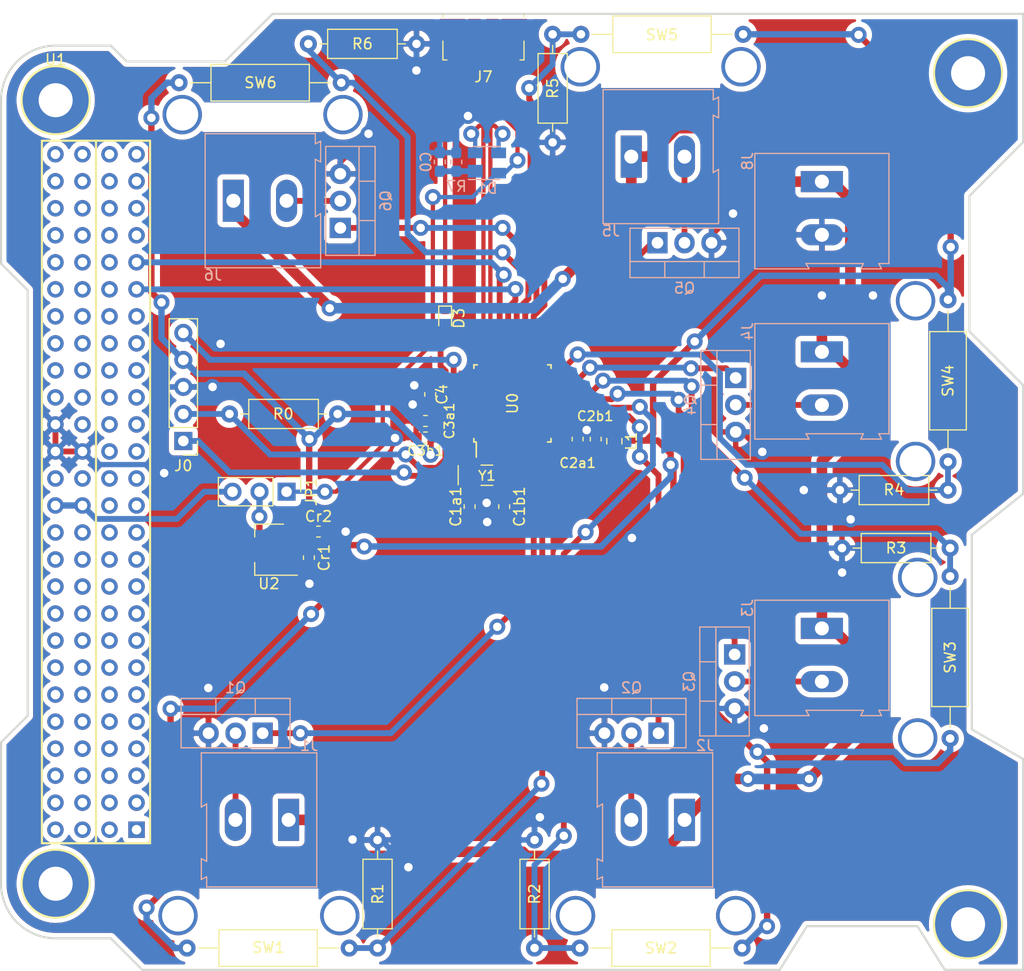
<source format=kicad_pcb>
(kicad_pcb (version 20190516) (host pcbnew "6.0.0-unknown-f1f26a9~86~ubuntu18.04.1")
  (layers (0 "F.Cu" signal) (31 "B.Cu" signal) (34 "B.Paste" user) (35 "F.Paste" user) (36 "B.SilkS" user) (37 "F.SilkS" user) (38 "B.Mask" user) (39 "F.Mask" user) (44 "Edge.Cuts" user))
  (net 0 "")
  (net 1 "GND")
  (net 2 "Net-(C0-Pad1)")
  (net 3 "/VDDCORE")
  (net 4 "Net-(C1a1-Pad1)")
  (net 5 "Net-(C1b1-Pad1)")
  (net 6 "/VDDANA")
  (net 7 "/VIN")
  (net 8 "/VBUS")
  (net 9 "/USB_DP")
  (net 10 "/usb/ID")
  (net 11 "/USB_ID")
  (net 12 "/RESET")
  (net 13 "/SWCLK")
  (net 14 "/SWDIO")
  (net 15 "Net-(J1-Pad2)")
  (net 16 "/5V0")
  (net 17 "Net-(J2-Pad2)")
  (net 18 "Net-(J3-Pad2)")
  (net 19 "Net-(J4-Pad2)")
  (net 20 "Net-(J5-Pad2)")
  (net 21 "Net-(J6-Pad2)")
  (net 22 "/EN_DPL1")
  (net 23 "/EN_DPL2")
  (net 24 "/EN_DPL3")
  (net 25 "/EN_DPL4")
  (net 26 "/EN_DPL5")
  (net 27 "/EN_DPL6")
  (net 28 "/DPL_STATUS1")
  (net 29 "/DPL_STATUS2")
  (net 30 "/DPL_STATUS3")
  (net 31 "/DPL_STATUS4")
  (net 32 "/DPL_STATUS5")
  (net 33 "/DPL_STATUS6")
  (net 34 "Net-(U0-Pad25)")
  (net 35 "/SCL")
  (net 36 "/SDA")
  (net 37 "Net-(U0-Pad6)")
  (net 38 "Net-(U0-Pad5)")
  (net 39 "Net-(U0-Pad4)")
  (net 40 "Net-(U0-Pad3)")
  (net 41 "Net-(U1-Pad53)")
  (net 42 "Net-(U1-Pad54)")
  (net 43 "Net-(U1-Pad55)")
  (net 44 "Net-(U1-Pad56)")
  (net 45 "Net-(U1-Pad57)")
  (net 46 "Net-(U1-Pad58)")
  (net 47 "Net-(U1-Pad59)")
  (net 48 "Net-(U1-Pad60)")
  (net 49 "Net-(U1-Pad61)")
  (net 50 "Net-(U1-Pad62)")
  (net 51 "Net-(U1-Pad63)")
  (net 52 "Net-(U1-Pad64)")
  (net 53 "Net-(U1-Pad65)")
  (net 54 "Net-(U1-Pad66)")
  (net 55 "Net-(U1-Pad67)")
  (net 56 "Net-(U1-Pad68)")
  (net 57 "Net-(U1-Pad69)")
  (net 58 "Net-(U1-Pad70)")
  (net 59 "Net-(U1-Pad71)")
  (net 60 "Net-(U1-Pad72)")
  (net 61 "Net-(U1-Pad73)")
  (net 62 "Net-(U1-Pad74)")
  (net 63 "Net-(U1-Pad75)")
  (net 64 "Net-(U1-Pad76)")
  (net 65 "Net-(U1-Pad79)")
  (net 66 "Net-(U1-Pad80)")
  (net 67 "Net-(U1-Pad83)")
  (net 68 "Net-(U1-Pad85)")
  (net 69 "Net-(U1-Pad86)")
  (net 70 "Net-(U1-Pad87)")
  (net 71 "Net-(U1-Pad88)")
  (net 72 "Net-(U1-Pad89)")
  (net 73 "Net-(U1-Pad90)")
  (net 74 "Net-(U1-Pad91)")
  (net 75 "Net-(U1-Pad92)")
  (net 76 "Net-(U1-Pad93)")
  (net 77 "Net-(U1-Pad94)")
  (net 78 "Net-(U1-Pad95)")
  (net 79 "Net-(U1-Pad96)")
  (net 80 "Net-(U1-Pad97)")
  (net 81 "Net-(U1-Pad98)")
  (net 82 "Net-(U1-Pad99)")
  (net 83 "Net-(U1-Pad100)")
  (net 84 "Net-(U1-Pad101)")
  (net 85 "Net-(U1-Pad102)")
  (net 86 "Net-(U1-Pad103)")
  (net 87 "Net-(U1-Pad104)")
  (net 88 "Net-(U1-Pad1)")
  (net 89 "Net-(U1-Pad2)")
  (net 90 "Net-(U1-Pad3)")
  (net 91 "Net-(U1-Pad4)")
  (net 92 "Net-(U1-Pad5)")
  (net 93 "Net-(U1-Pad6)")
  (net 94 "Net-(U1-Pad7)")
  (net 95 "Net-(U1-Pad8)")
  (net 96 "Net-(U1-Pad9)")
  (net 97 "Net-(U1-Pad10)")
  (net 98 "Net-(U1-Pad11)")
  (net 99 "Net-(U1-Pad12)")
  (net 100 "Net-(U1-Pad13)")
  (net 101 "Net-(U1-Pad14)")
  (net 102 "Net-(U1-Pad15)")
  (net 103 "Net-(U1-Pad16)")
  (net 104 "Net-(U1-Pad17)")
  (net 105 "Net-(U1-Pad18)")
  (net 106 "Net-(U1-Pad19)")
  (net 107 "Net-(U1-Pad20)")
  (net 108 "Net-(U1-Pad21)")
  (net 109 "Net-(U1-Pad22)")
  (net 110 "Net-(U1-Pad23)")
  (net 111 "Net-(U1-Pad24)")
  (net 112 "Net-(U1-Pad25)")
  (net 113 "Net-(U1-Pad26)")
  (net 114 "Net-(U1-Pad27)")
  (net 115 "Net-(U1-Pad28)")
  (net 116 "Net-(U1-Pad29)")
  (net 117 "Net-(U1-Pad30)")
  (net 118 "Net-(U1-Pad31)")
  (net 119 "Net-(U1-Pad32)")
  (net 120 "Net-(U1-Pad33)")
  (net 121 "Net-(U1-Pad34)")
  (net 122 "Net-(U1-Pad35)")
  (net 123 "Net-(U1-Pad36)")
  (net 124 "Net-(U1-Pad37)")
  (net 125 "Net-(U1-Pad38)")
  (net 126 "Net-(U1-Pad39)")
  (net 127 "Net-(U1-Pad40)")
  (net 128 "Net-(U1-Pad42)")
  (net 129 "Net-(U1-Pad44)")
  (net 130 "Net-(U1-Pad45)")
  (net 131 "Net-(U1-Pad46)")
  (net 132 "Net-(U1-Pad47)")
  (net 133 "Net-(U1-Pad48)")
  (net 134 "Net-(U1-Pad49)")
  (net 135 "Net-(U1-Pad50)")
  (net 136 "Net-(U1-Pad51)")
  (net 137 "Net-(U1-Pad52)")
  (net 138 "/3V3")
  (net 139 "/USB_DN")
  (net 140 "/VBATT")
  (module "TerminalBlock:TerminalBlock_Altech_AK300-2_P5.00mm" (layer "B.Cu") (at 152 63 270)
    (fp_text reference "J8" (at -1.92 6.99 270) (layer "B.SilkS") (effects (justify mirror)))
    (fp_text value "BATT" hide)
    (pad "2" thru_hole oval (at 5 0 270) (size 1.98 3.96) (drill 1.32) (layers *.Cu *.Mask) (net 1 "GND"))
    (pad "1" thru_hole rect (at 0 0 270) (size 1.98 3.96) (drill 1.32) (layers *.Cu *.Mask) (net 140 "/VBATT"))
  )
  (module "TerminalBlock:TerminalBlock_Altech_AK300-2_P5.00mm" (layer "B.Cu") (at 139.09 123 180)
    (fp_text reference "J2" (at -1.92 6.99) (layer "B.SilkS") (effects (justify mirror)))
    (fp_text value "DPL2" hide)
    (pad "2" thru_hole oval (at 5 0 180) (size 1.98 3.96) (drill 1.32) (layers *.Cu *.Mask) (net 17 "Net-(J2-Pad2)"))
    (pad "1" thru_hole rect (at 0 0 180) (size 1.98 3.96) (drill 1.32) (layers *.Cu *.Mask) (net 140 "/VBATT"))
  )
  (module "Payload:PC104-Standard" (layer "F.Cu") (at 80.005 129.005)
    (fp_text reference "U1" (at 0 -77.47) (layer "F.SilkS"))
    (fp_text value "Payload" hide)
    (fp_line (start 8.14 8.09) (end 5.18 5.13) (layer "Edge.Cuts") (width 0.2))
    (fp_line (start 5.18 5.13) (end 0 5.13) (layer "Edge.Cuts") (width 0.2))
    (fp_arc (start 0 0) (end -5.13 0) (angle -90) (layer "Edge.Cuts") (width 0.2))
    (fp_line (start -2.63 -55.8) (end -5.13 -58.3) (layer "Edge.Cuts") (width 0.2))
    (fp_line (start -5.13 -13.3) (end -2.63 -15.8) (layer "Edge.Cuts") (width 0.2))
    (fp_line (start -5.13 -58.3) (end -5.13 -73.66) (layer "Edge.Cuts") (width 0.2))
    (fp_line (start -2.63 -15.8) (end -2.63 -55.8) (layer "Edge.Cuts") (width 0.2))
    (fp_line (start 70.59 3.99) (end 68.04 8.09) (layer "Edge.Cuts") (width 0.2))
    (fp_line (start 68.04 8.09) (end 8.14 8.09) (layer "Edge.Cuts") (width 0.2))
    (fp_line (start 83.54 8.09) (end 80.98 3.99) (layer "Edge.Cuts") (width 0.2))
    (fp_line (start 80.98 3.99) (end 70.59 3.99) (layer "Edge.Cuts") (width 0.2))
    (fp_line (start 90.91 8.09) (end 83.54 8.09) (layer "Edge.Cuts") (width 0.2))
    (fp_line (start 86.08 -14.51) (end 90.91 -11.72) (layer "Edge.Cuts") (width 0.2))
    (fp_line (start 90.91 -11.72) (end 90.91 8.09) (layer "Edge.Cuts") (width 0.2))
    (fp_line (start 90.91 -36.66) (end 86.08 -32.8) (layer "Edge.Cuts") (width 0.2))
    (fp_line (start 86.08 -32.8) (end 86.08 -14.51) (layer "Edge.Cuts") (width 0.2))
    (fp_line (start 85.86 -51.92) (end 90.91 -46.87) (layer "Edge.Cuts") (width 0.2))
    (fp_line (start 90.91 -46.87) (end 90.91 -36.66) (layer "Edge.Cuts") (width 0.2))
    (fp_line (start 90.91 -69.73) (end 85.86 -64.67) (layer "Edge.Cuts") (width 0.2))
    (fp_line (start 85.86 -64.67) (end 85.86 -51.92) (layer "Edge.Cuts") (width 0.2))
    (fp_line (start 90.91 -81.78) (end 90.91 -69.73) (layer "Edge.Cuts") (width 0.2))
    (fp_line (start 15.89 -77.3) (end 20.38 -81.78) (layer "Edge.Cuts") (width 0.2))
    (fp_line (start 20.38 -81.78) (end 90.91 -81.78) (layer "Edge.Cuts") (width 0.2))
    (fp_line (start 5.18 -78.79) (end 6.67 -77.3) (layer "Edge.Cuts") (width 0.2))
    (fp_line (start 6.67 -77.3) (end 15.89 -77.3) (layer "Edge.Cuts") (width 0.2))
    (fp_line (start 5.18 -78.79) (end 0 -78.79) (layer "Edge.Cuts") (width 0.2))
    (fp_arc (start 0 -73.66) (end 0 -78.79) (angle -90) (layer "Edge.Cuts") (width 0.2))
    (fp_line (start -5.13 -13.3) (end -5.13 0) (layer "Edge.Cuts") (width 0.2))
    (pad "" thru_hole circle (at 85.73 -76.2) (size 6.35 6.35) (drill 3.2) (layers *.Cu *.Mask))
    (pad "" thru_hole circle (at 85.73 3.81) (size 6.35 6.35) (drill 3.2) (layers *.Cu *.Mask))
    (pad "53" thru_hole circle (at 2.52 -5.08) (size 1.55 1.55) (drill 0.9) (layers *.Cu *.Mask) (net 41 "Net-(U1-Pad53)"))
    (pad "54" thru_hole circle (at -0.02 -5.08) (size 1.55 1.55) (drill 0.9) (layers *.Cu *.Mask) (net 42 "Net-(U1-Pad54)"))
    (pad "55" thru_hole circle (at 2.52 -7.62) (size 1.55 1.55) (drill 0.9) (layers *.Cu *.Mask) (net 43 "Net-(U1-Pad55)"))
    (pad "56" thru_hole circle (at -0.02 -7.62) (size 1.55 1.55) (drill 0.9) (layers *.Cu *.Mask) (net 44 "Net-(U1-Pad56)"))
    (pad "57" thru_hole circle (at 2.52 -10.16 90) (size 1.55 1.55) (drill 0.9) (layers *.Cu *.Mask) (net 45 "Net-(U1-Pad57)"))
    (pad "58" thru_hole circle (at -0.02 -10.16) (size 1.55 1.55) (drill 0.9) (layers *.Cu *.Mask) (net 46 "Net-(U1-Pad58)"))
    (pad "59" thru_hole circle (at 2.52 -12.7) (size 1.55 1.55) (drill 0.9) (layers *.Cu *.Mask) (net 47 "Net-(U1-Pad59)"))
    (pad "60" thru_hole circle (at -0.02 -12.7) (size 1.55 1.55) (drill 0.9) (layers *.Cu *.Mask) (net 48 "Net-(U1-Pad60)"))
    (pad "61" thru_hole circle (at 2.52 -15.24) (size 1.55 1.55) (drill 0.9) (layers *.Cu *.Mask) (net 49 "Net-(U1-Pad61)"))
    (pad "62" thru_hole circle (at -0.02 -15.24) (size 1.55 1.55) (drill 0.9) (layers *.Cu *.Mask) (net 50 "Net-(U1-Pad62)"))
    (pad "63" thru_hole circle (at 2.52 -17.78) (size 1.55 1.55) (drill 0.9) (layers *.Cu *.Mask) (net 51 "Net-(U1-Pad63)"))
    (pad "64" thru_hole circle (at -0.02 -17.78) (size 1.55 1.55) (drill 0.9) (layers *.Cu *.Mask) (net 52 "Net-(U1-Pad64)"))
    (pad "65" thru_hole circle (at 2.52 -20.32) (size 1.55 1.55) (drill 0.9) (layers *.Cu *.Mask) (net 53 "Net-(U1-Pad65)"))
    (pad "66" thru_hole circle (at -0.02 -20.32) (size 1.55 1.55) (drill 0.9) (layers *.Cu *.Mask) (net 54 "Net-(U1-Pad66)"))
    (pad "67" thru_hole circle (at 2.52 -22.86) (size 1.55 1.55) (drill 0.9) (layers *.Cu *.Mask) (net 55 "Net-(U1-Pad67)"))
    (pad "68" thru_hole circle (at -0.02 -22.86) (size 1.55 1.55) (drill 0.9) (layers *.Cu *.Mask) (net 56 "Net-(U1-Pad68)"))
    (pad "69" thru_hole circle (at 2.52 -25.4) (size 1.55 1.55) (drill 0.9) (layers *.Cu *.Mask) (net 57 "Net-(U1-Pad69)"))
    (pad "70" thru_hole circle (at -0.02 -25.4) (size 1.55 1.55) (drill 0.9) (layers *.Cu *.Mask) (net 58 "Net-(U1-Pad70)"))
    (pad "71" thru_hole circle (at 2.52 -27.94) (size 1.55 1.55) (drill 0.9) (layers *.Cu *.Mask) (net 59 "Net-(U1-Pad71)"))
    (pad "72" thru_hole circle (at -0.02 -27.94) (size 1.55 1.55) (drill 0.9) (layers *.Cu *.Mask) (net 60 "Net-(U1-Pad72)"))
    (pad "73" thru_hole circle (at 2.52 -30.48) (size 1.55 1.55) (drill 0.9) (layers *.Cu *.Mask) (net 61 "Net-(U1-Pad73)"))
    (pad "74" thru_hole circle (at -0.02 -30.48) (size 1.55 1.55) (drill 0.9) (layers *.Cu *.Mask) (net 62 "Net-(U1-Pad74)"))
    (pad "75" thru_hole circle (at 2.52 -33.02) (size 1.55 1.55) (drill 0.9) (layers *.Cu *.Mask) (net 63 "Net-(U1-Pad75)"))
    (pad "76" thru_hole circle (at -0.02 -33.02) (size 1.55 1.55) (drill 0.9) (layers *.Cu *.Mask) (net 64 "Net-(U1-Pad76)"))
    (pad "77" thru_hole circle (at 2.52 -35.56) (size 1.55 1.55) (drill 0.9) (layers *.Cu *.Mask) (net 16 "/5V0"))
    (pad "78" thru_hole circle (at -0.02 -35.56) (size 1.55 1.55) (drill 0.9) (layers *.Cu *.Mask) (net 16 "/5V0"))
    (pad "79" thru_hole circle (at 2.52 -38.1) (size 1.55 1.55) (drill 0.9) (layers *.Cu *.Mask) (net 65 "Net-(U1-Pad79)"))
    (pad "80" thru_hole circle (at -0.02 -38.1) (size 1.55 1.55) (drill 0.9) (layers *.Cu *.Mask) (net 66 "Net-(U1-Pad80)"))
    (pad "81" thru_hole circle (at 2.52 -40.64) (size 1.55 1.55) (drill 0.9) (layers *.Cu *.Mask) (net 1 "GND"))
    (pad "82" thru_hole circle (at -0.02 -40.64) (size 1.55 1.55) (drill 0.9) (layers *.Cu *.Mask) (net 1 "GND"))
    (pad "83" thru_hole circle (at 2.52 -43.18) (size 1.55 1.55) (drill 0.9) (layers *.Cu *.Mask) (net 67 "Net-(U1-Pad83)"))
    (pad "84" thru_hole circle (at -0.02 -43.18) (size 1.55 1.55) (drill 0.9) (layers *.Cu *.Mask) (net 1 "GND"))
    (pad "85" thru_hole circle (at 2.52 -45.72) (size 1.55 1.55) (drill 0.9) (layers *.Cu *.Mask) (net 68 "Net-(U1-Pad85)"))
    (pad "86" thru_hole circle (at -0.02 -45.72) (size 1.55 1.55) (drill 0.9) (layers *.Cu *.Mask) (net 69 "Net-(U1-Pad86)"))
    (pad "87" thru_hole circle (at 2.52 -48.26) (size 1.55 1.55) (drill 0.9) (layers *.Cu *.Mask) (net 70 "Net-(U1-Pad87)"))
    (pad "88" thru_hole circle (at -0.02 -48.26) (size 1.55 1.55) (drill 0.9) (layers *.Cu *.Mask) (net 71 "Net-(U1-Pad88)"))
    (pad "89" thru_hole circle (at 2.52 -50.8) (size 1.55 1.55) (drill 0.9) (layers *.Cu *.Mask) (net 72 "Net-(U1-Pad89)"))
    (pad "90" thru_hole circle (at -0.02 -50.8) (size 1.55 1.55) (drill 0.9) (layers *.Cu *.Mask) (net 73 "Net-(U1-Pad90)"))
    (pad "91" thru_hole circle (at 2.52 -53.34) (size 1.55 1.55) (drill 0.9) (layers *.Cu *.Mask) (net 74 "Net-(U1-Pad91)"))
    (pad "92" thru_hole circle (at -0.02 -53.34) (size 1.55 1.55) (drill 0.9) (layers *.Cu *.Mask) (net 75 "Net-(U1-Pad92)"))
    (pad "93" thru_hole circle (at 2.52 -55.88) (size 1.55 1.55) (drill 0.9) (layers *.Cu *.Mask) (net 76 "Net-(U1-Pad93)"))
    (pad "94" thru_hole circle (at -0.02 -55.88) (size 1.55 1.55) (drill 0.9) (layers *.Cu *.Mask) (net 77 "Net-(U1-Pad94)"))
    (pad "95" thru_hole circle (at 2.52 -58.42) (size 1.55 1.55) (drill 0.9) (layers *.Cu *.Mask) (net 78 "Net-(U1-Pad95)"))
    (pad "96" thru_hole circle (at -0.02 -58.42) (size 1.55 1.55) (drill 0.9) (layers *.Cu *.Mask) (net 79 "Net-(U1-Pad96)"))
    (pad "97" thru_hole circle (at 2.52 -60.96) (size 1.55 1.55) (drill 0.9) (layers *.Cu *.Mask) (net 80 "Net-(U1-Pad97)"))
    (pad "98" thru_hole circle (at -0.02 -60.96) (size 1.55 1.55) (drill 0.9) (layers *.Cu *.Mask) (net 81 "Net-(U1-Pad98)"))
    (pad "99" thru_hole circle (at 2.52 -63.5) (size 1.55 1.55) (drill 0.9) (layers *.Cu *.Mask) (net 82 "Net-(U1-Pad99)"))
    (pad "100" thru_hole circle (at -0.02 -63.5) (size 1.55 1.55) (drill 0.9) (layers *.Cu *.Mask) (net 83 "Net-(U1-Pad100)"))
    (pad "101" thru_hole circle (at 2.52 -66.04) (size 1.55 1.55) (drill 0.9) (layers *.Cu *.Mask) (net 84 "Net-(U1-Pad101)"))
    (pad "102" thru_hole circle (at -0.02 -66.04) (size 1.55 1.55) (drill 0.9) (layers *.Cu *.Mask) (net 85 "Net-(U1-Pad102)"))
    (pad "103" thru_hole circle (at 2.52 -68.58) (size 1.55 1.55) (drill 0.9) (layers *.Cu *.Mask) (net 86 "Net-(U1-Pad103)"))
    (pad "104" thru_hole circle (at -0.02 -68.58) (size 1.55 1.55) (drill 0.9) (layers *.Cu *.Mask) (net 87 "Net-(U1-Pad104)"))
    (pad "1" thru_hole rect (at 7.6 -5.08) (size 1.55 1.55) (drill 0.9) (layers *.Cu *.Mask) (net 88 "Net-(U1-Pad1)"))
    (pad "2" thru_hole circle (at 5.06 -5.08) (size 1.55 1.55) (drill 0.9) (layers *.Cu *.Mask) (net 89 "Net-(U1-Pad2)"))
    (pad "3" thru_hole circle (at 7.6 -7.62) (size 1.55 1.55) (drill 0.9) (layers *.Cu *.Mask) (net 90 "Net-(U1-Pad3)"))
    (pad "4" thru_hole circle (at 5.06 -7.62) (size 1.55 1.55) (drill 0.9) (layers *.Cu *.Mask) (net 91 "Net-(U1-Pad4)"))
    (pad "5" thru_hole circle (at 7.6 -10.16) (size 1.55 1.55) (drill 0.9) (layers *.Cu *.Mask) (net 92 "Net-(U1-Pad5)"))
    (pad "6" thru_hole circle (at 5.06 -10.16) (size 1.55 1.55) (drill 0.9) (layers *.Cu *.Mask) (net 93 "Net-(U1-Pad6)"))
    (pad "7" thru_hole circle (at 7.6 -12.7) (size 1.55 1.55) (drill 0.9) (layers *.Cu *.Mask) (net 94 "Net-(U1-Pad7)"))
    (pad "8" thru_hole circle (at 5.06 -12.7) (size 1.55 1.55) (drill 0.9) (layers *.Cu *.Mask) (net 95 "Net-(U1-Pad8)"))
    (pad "9" thru_hole circle (at 7.6 -15.24) (size 1.55 1.55) (drill 0.9) (layers *.Cu *.Mask) (net 96 "Net-(U1-Pad9)"))
    (pad "10" thru_hole circle (at 5.06 -15.24) (size 1.55 1.55) (drill 0.9) (layers *.Cu *.Mask) (net 97 "Net-(U1-Pad10)"))
    (pad "11" thru_hole circle (at 7.6 -17.78) (size 1.55 1.55) (drill 0.9) (layers *.Cu *.Mask) (net 98 "Net-(U1-Pad11)"))
    (pad "12" thru_hole circle (at 5.06 -17.78) (size 1.55 1.55) (drill 0.9) (layers *.Cu *.Mask) (net 99 "Net-(U1-Pad12)"))
    (pad "13" thru_hole circle (at 7.6 -20.32) (size 1.55 1.55) (drill 0.9) (layers *.Cu *.Mask) (net 100 "Net-(U1-Pad13)"))
    (pad "14" thru_hole circle (at 5.06 -20.32) (size 1.55 1.55) (drill 0.9) (layers *.Cu *.Mask) (net 101 "Net-(U1-Pad14)"))
    (pad "15" thru_hole circle (at 7.6 -22.86) (size 1.55 1.55) (drill 0.9) (layers *.Cu *.Mask) (net 102 "Net-(U1-Pad15)"))
    (pad "16" thru_hole circle (at 5.06 -22.86) (size 1.55 1.55) (drill 0.9) (layers *.Cu *.Mask) (net 103 "Net-(U1-Pad16)"))
    (pad "17" thru_hole circle (at 7.6 -25.4) (size 1.55 1.55) (drill 0.9) (layers *.Cu *.Mask) (net 104 "Net-(U1-Pad17)"))
    (pad "18" thru_hole circle (at 5.06 -25.4) (size 1.55 1.55) (drill 0.9) (layers *.Cu *.Mask) (net 105 "Net-(U1-Pad18)"))
    (pad "19" thru_hole circle (at 7.6 -27.94) (size 1.55 1.55) (drill 0.9) (layers *.Cu *.Mask) (net 106 "Net-(U1-Pad19)"))
    (pad "20" thru_hole circle (at 5.06 -27.94) (size 1.55 1.55) (drill 0.9) (layers *.Cu *.Mask) (net 107 "Net-(U1-Pad20)"))
    (pad "21" thru_hole circle (at 7.6 -30.48) (size 1.55 1.55) (drill 0.9) (layers *.Cu *.Mask) (net 108 "Net-(U1-Pad21)"))
    (pad "22" thru_hole circle (at 5.06 -30.48) (size 1.55 1.55) (drill 0.9) (layers *.Cu *.Mask) (net 109 "Net-(U1-Pad22)"))
    (pad "23" thru_hole circle (at 7.6 -33.02) (size 1.55 1.55) (drill 0.9) (layers *.Cu *.Mask) (net 110 "Net-(U1-Pad23)"))
    (pad "24" thru_hole circle (at 5.06 -33.02) (size 1.55 1.55) (drill 0.9) (layers *.Cu *.Mask) (net 111 "Net-(U1-Pad24)"))
    (pad "25" thru_hole circle (at 7.6 -35.56) (size 1.55 1.55) (drill 0.9) (layers *.Cu *.Mask) (net 112 "Net-(U1-Pad25)"))
    (pad "26" thru_hole circle (at 5.06 -35.56) (size 1.55 1.55) (drill 0.9) (layers *.Cu *.Mask) (net 113 "Net-(U1-Pad26)"))
    (pad "27" thru_hole circle (at 7.6 -38.1) (size 1.55 1.55) (drill 0.9) (layers *.Cu *.Mask) (net 114 "Net-(U1-Pad27)"))
    (pad "28" thru_hole circle (at 5.06 -38.1) (size 1.55 1.55) (drill 0.9) (layers *.Cu *.Mask) (net 115 "Net-(U1-Pad28)"))
    (pad "29" thru_hole circle (at 7.6 -40.64) (size 1.55 1.55) (drill 0.9) (layers *.Cu *.Mask) (net 116 "Net-(U1-Pad29)"))
    (pad "30" thru_hole circle (at 5.06 -40.64) (size 1.55 1.55) (drill 0.9) (layers *.Cu *.Mask) (net 117 "Net-(U1-Pad30)"))
    (pad "31" thru_hole circle (at 7.6 -43.18) (size 1.55 1.55) (drill 0.9) (layers *.Cu *.Mask) (net 118 "Net-(U1-Pad31)"))
    (pad "32" thru_hole circle (at 5.06 -43.18) (size 1.55 1.55) (drill 0.9) (layers *.Cu *.Mask) (net 119 "Net-(U1-Pad32)"))
    (pad "33" thru_hole circle (at 7.6 -45.72) (size 1.55 1.55) (drill 0.9) (layers *.Cu *.Mask) (net 120 "Net-(U1-Pad33)"))
    (pad "34" thru_hole circle (at 5.06 -45.72) (size 1.55 1.55) (drill 0.9) (layers *.Cu *.Mask) (net 121 "Net-(U1-Pad34)"))
    (pad "35" thru_hole circle (at 7.6 -48.26) (size 1.55 1.55) (drill 0.9) (layers *.Cu *.Mask) (net 122 "Net-(U1-Pad35)"))
    (pad "36" thru_hole circle (at 5.06 -48.26) (size 1.55 1.55) (drill 0.9) (layers *.Cu *.Mask) (net 123 "Net-(U1-Pad36)"))
    (pad "37" thru_hole circle (at 7.6 -50.8) (size 1.55 1.55) (drill 0.9) (layers *.Cu *.Mask) (net 124 "Net-(U1-Pad37)"))
    (pad "38" thru_hole circle (at 5.06 -50.8) (size 1.55 1.55) (drill 0.9) (layers *.Cu *.Mask) (net 125 "Net-(U1-Pad38)"))
    (pad "39" thru_hole circle (at 7.6 -53.34) (size 1.55 1.55) (drill 0.9) (layers *.Cu *.Mask) (net 126 "Net-(U1-Pad39)"))
    (pad "40" thru_hole circle (at 5.06 -53.34) (size 1.55 1.55) (drill 0.9) (layers *.Cu *.Mask) (net 127 "Net-(U1-Pad40)"))
    (pad "41" thru_hole circle (at 7.6 -55.88) (size 1.55 1.55) (drill 0.9) (layers *.Cu *.Mask) (net 36 "/SDA"))
    (pad "42" thru_hole circle (at 5.06 -55.88) (size 1.55 1.55) (drill 0.9) (layers *.Cu *.Mask) (net 128 "Net-(U1-Pad42)"))
    (pad "43" thru_hole circle (at 7.6 -58.42) (size 1.55 1.55) (drill 0.9) (layers *.Cu *.Mask) (net 35 "/SCL"))
    (pad "44" thru_hole circle (at 5.06 -58.42) (size 1.55 1.55) (drill 0.9) (layers *.Cu *.Mask) (net 129 "Net-(U1-Pad44)"))
    (pad "45" thru_hole circle (at 7.6 -60.96) (size 1.55 1.55) (drill 0.9) (layers *.Cu *.Mask) (net 130 "Net-(U1-Pad45)"))
    (pad "46" thru_hole circle (at 5.06 -60.96) (size 1.55 1.55) (drill 0.9) (layers *.Cu *.Mask) (net 131 "Net-(U1-Pad46)"))
    (pad "47" thru_hole circle (at 7.6 -63.5) (size 1.55 1.55) (drill 0.9) (layers *.Cu *.Mask) (net 132 "Net-(U1-Pad47)"))
    (pad "48" thru_hole circle (at 5.06 -63.5) (size 1.55 1.55) (drill 0.9) (layers *.Cu *.Mask) (net 133 "Net-(U1-Pad48)"))
    (pad "49" thru_hole circle (at 7.6 -66.04) (size 1.55 1.55) (drill 0.9) (layers *.Cu *.Mask) (net 134 "Net-(U1-Pad49)"))
    (pad "50" thru_hole circle (at 5.06 -66.04) (size 1.55 1.55) (drill 0.9) (layers *.Cu *.Mask) (net 135 "Net-(U1-Pad50)"))
    (pad "51" thru_hole circle (at 7.6 -68.58) (size 1.55 1.55) (drill 0.9) (layers *.Cu *.Mask) (net 136 "Net-(U1-Pad51)"))
    (pad "52" thru_hole circle (at 5.06 -68.58) (size 1.55 1.55) (drill 0.9) (layers *.Cu *.Mask) (net 137 "Net-(U1-Pad52)"))
    (pad "" thru_hole circle (at 0 -73.66) (size 6.35 6.35) (drill 3.2) (layers *.Cu *.Mask))
    (pad "" thru_hole circle (at 0 0) (size 6.35 6.35) (drill 3.2) (layers *.Cu *.Mask))
  )
  (module "Connector_PinHeader_2.54mm:PinHeader_1x03_P2.54mm_Vertical" (layer "F.Cu") (at 101.7 92.15 270)
    (fp_text reference "JP1" (at 0 -2.33 90) (layer "F.SilkS"))
    (fp_text value "Power selector" hide)
    (pad "3" thru_hole oval (at 0 5.08 270) (size 1.7 1.7) (drill 1) (layers *.Cu *.Mask) (net 16 "/5V0"))
    (pad "2" thru_hole oval (at 0 2.54 270) (size 1.7 1.7) (drill 1) (layers *.Cu *.Mask) (net 7 "/VIN"))
    (pad "1" thru_hole rect (at 0 0 270) (size 1.7 1.7) (drill 1) (layers *.Cu *.Mask) (net 8 "/VBUS"))
  )
  (module "Resistor_THT:R_Axial_DIN0309_L9.0mm_D3.2mm_P15.24mm_Horizontal" (layer "F.Cu") (at 91.6 53.7)
    (fp_text reference "SW6" (at 7.65 0) (layer "F.SilkS"))
    (fp_text value "SW_Reed" hide)
    (pad "2" thru_hole oval (at 15.24 0) (size 1.6 1.6) (drill 0.8) (layers *.Cu *.Mask) (net 33 "/DPL_STATUS6"))
    (pad "1" thru_hole circle (at 0 0) (size 1.6 1.6) (drill 0.8) (layers *.Cu *.Mask) (net 138 "/3V3"))
  )
  (module "Resistor_THT:R_Axial_DIN0309_L9.0mm_D3.2mm_P15.24mm_Horizontal" (layer "F.Cu") (at 144.6 49.15 180)
    (fp_text reference "SW5" (at 7.62 -0.05) (layer "F.SilkS"))
    (fp_text value "SW_Reed" hide)
    (pad "2" thru_hole oval (at 15.24 0 180) (size 1.6 1.6) (drill 0.8) (layers *.Cu *.Mask) (net 32 "/DPL_STATUS5"))
    (pad "1" thru_hole circle (at 0 0 180) (size 1.6 1.6) (drill 0.8) (layers *.Cu *.Mask) (net 138 "/3V3"))
  )
  (module "Resistor_THT:R_Axial_DIN0309_L9.0mm_D3.2mm_P15.24mm_Horizontal" (layer "F.Cu") (at 163.85 74.1 270)
    (fp_text reference "SW4" (at 7.62 0 90) (layer "F.SilkS"))
    (fp_text value "SW_Reed" hide)
    (pad "2" thru_hole oval (at 15.24 0 270) (size 1.6 1.6) (drill 0.8) (layers *.Cu *.Mask) (net 31 "/DPL_STATUS4"))
    (pad "1" thru_hole circle (at 0 0 270) (size 1.6 1.6) (drill 0.8) (layers *.Cu *.Mask) (net 138 "/3V3"))
  )
  (module "Resistor_THT:R_Axial_DIN0309_L9.0mm_D3.2mm_P15.24mm_Horizontal" (layer "F.Cu") (at 164.05 115.35 90)
    (fp_text reference "SW3" (at 7.62 0 90) (layer "F.SilkS"))
    (fp_text value "SW_Reed" hide)
    (pad "2" thru_hole oval (at 15.24 0 90) (size 1.6 1.6) (drill 0.8) (layers *.Cu *.Mask) (net 30 "/DPL_STATUS3"))
    (pad "1" thru_hole circle (at 0 0 90) (size 1.6 1.6) (drill 0.8) (layers *.Cu *.Mask) (net 138 "/3V3"))
  )
  (module "Resistor_THT:R_Axial_DIN0309_L9.0mm_D3.2mm_P15.24mm_Horizontal" (layer "F.Cu") (at 144.5 135.05 180)
    (fp_text reference "SW2" (at 7.62 0) (layer "F.SilkS"))
    (fp_text value "SW_Reed" hide)
    (pad "2" thru_hole oval (at 15.24 0 180) (size 1.6 1.6) (drill 0.8) (layers *.Cu *.Mask) (net 29 "/DPL_STATUS2"))
    (pad "1" thru_hole circle (at 0 0 180) (size 1.6 1.6) (drill 0.8) (layers *.Cu *.Mask) (net 138 "/3V3"))
  )
  (module "Resistor_THT:R_Axial_DIN0309_L9.0mm_D3.2mm_P15.24mm_Horizontal" (layer "F.Cu") (at 92.35 135.05)
    (fp_text reference "SW1" (at 7.65 -0.05) (layer "F.SilkS"))
    (fp_text value "SW_Reed" hide)
    (pad "2" thru_hole oval (at 15.24 0) (size 1.6 1.6) (drill 0.8) (layers *.Cu *.Mask) (net 28 "/DPL_STATUS1"))
    (pad "1" thru_hole circle (at 0 0) (size 1.6 1.6) (drill 0.8) (layers *.Cu *.Mask) (net 138 "/3V3"))
  )
  (module "Resistor_SMD:R_0603_1608Metric_Pad1.05x0.95mm_HandSolder" (layer "B.Cu") (at 117.65 61.15 90)
    (fp_text reference "R7" (at -2.3 0) (layer "B.SilkS") (effects (justify mirror)))
    (fp_text value "1M" hide)
    (pad "2" smd roundrect (at 0.875 0 90) (size 1.05 0.95) (layers "B.Cu" "B.Paste" "B.Mask") (net 1 "GND"))
    (pad "1" smd roundrect (at -0.875 0 90) (size 1.05 0.95) (layers "B.Cu" "B.Paste" "B.Mask") (net 2 "Net-(C0-Pad1)"))
  )
  (module "Package_TO_SOT_SMD:SOT-143" (layer "B.Cu") (at 120.525 61.25)
    (fp_text reference "D1" (at 0.02 2.38) (layer "B.SilkS") (effects (justify mirror)))
    (fp_text value "PRTR5V0U2X" hide)
    (pad "4" smd rect (at 1.1 0.95 90) (size 1 1.4) (layers "B.Cu" "B.Paste" "B.Mask") (net 8 "/VBUS"))
    (pad "3" smd rect (at 1.1 -0.95 90) (size 1 1.4) (layers "B.Cu" "B.Paste" "B.Mask") (net 139 "/USB_DN"))
    (pad "2" smd rect (at -1.1 -0.95 90) (size 1 1.4) (layers "B.Cu" "B.Paste" "B.Mask") (net 9 "/USB_DP"))
    (pad "1" smd rect (at -1.1 0.77 90) (size 1.2 1.4) (layers "B.Cu" "B.Paste" "B.Mask") (net 2 "Net-(C0-Pad1)"))
  )
  (module "Crystal:Crystal_SMD_EuroQuartz_EQ161-2Pin_3.2x1.5mm_HandSoldering" (layer "F.Cu") (at 120.525 90.6)
    (fp_text reference "Y1" (at 0 0.05) (layer "F.SilkS") (effects (font (size 0.9 0.9))))
    (fp_text value "32.768kHz" hide)
    (pad "2" smd rect (at 1.625 0) (size 1.75 1.8) (layers "F.Cu" "F.Paste" "F.Mask") (net 5 "Net-(C1b1-Pad1)"))
    (pad "1" smd rect (at -1.625 0) (size 1.75 1.8) (layers "F.Cu" "F.Paste" "F.Mask") (net 4 "Net-(C1a1-Pad1)"))
  )
  (module "Package_TO_SOT_SMD:SOT-89-3" (layer "F.Cu") (at 100.49 97.6 180)
    (fp_text reference "U2" (at 0.45 -3.2) (layer "F.SilkS"))
    (fp_text value "AP7215-33YG-13" hide)
    (pad "2" smd trapezoid (at -0.0762 0 270) (size 1.5 1) (rect_delta 0 0.7) (layers "F.Cu" "F.Paste" "F.Mask") (net 7 "/VIN"))
    (pad "2" smd rect (at 1.3335 0 90) (size 2.2 1.84) (layers "F.Cu" "F.Paste" "F.Mask") (net 7 "/VIN"))
    (pad "3" smd rect (at -1.48 1.5 90) (size 1 1.5) (layers "F.Cu" "F.Paste" "F.Mask") (net 138 "/3V3"))
    (pad "2" smd rect (at -1.3335 0 90) (size 1 1.8) (layers "F.Cu" "F.Paste" "F.Mask") (net 7 "/VIN"))
    (pad "1" smd rect (at -1.48 -1.5 90) (size 1 1.5) (layers "F.Cu" "F.Paste" "F.Mask") (net 1 "GND"))
    (pad "2" smd trapezoid (at 2.667 0 90) (size 1.6 0.85) (rect_delta 0 0.6) (layers "F.Cu" "F.Paste" "F.Mask") (net 7 "/VIN"))
  )
  (module "Package_QFP:TQFP-32_7x7mm_P0.8mm" (layer "F.Cu") (at 122.925 83.85 90)
    (fp_text reference "U0" (at 0 0 90) (layer "F.SilkS"))
    (fp_text value "SAMD21E" hide)
    (pad "32" smd rect (at -2.8 -4.25 180) (size 1.6 0.55) (layers "F.Cu" "F.Paste" "F.Mask") (net 14 "/SWDIO"))
    (pad "31" smd rect (at -2 -4.25 180) (size 1.6 0.55) (layers "F.Cu" "F.Paste" "F.Mask") (net 13 "/SWCLK"))
    (pad "30" smd rect (at -1.2 -4.25 180) (size 1.6 0.55) (layers "F.Cu" "F.Paste" "F.Mask") (net 138 "/3V3"))
    (pad "29" smd rect (at -0.4 -4.25 180) (size 1.6 0.55) (layers "F.Cu" "F.Paste" "F.Mask") (net 3 "/VDDCORE"))
    (pad "28" smd rect (at 0.4 -4.25 180) (size 1.6 0.55) (layers "F.Cu" "F.Paste" "F.Mask") (net 1 "GND"))
    (pad "27" smd rect (at 1.2 -4.25 180) (size 1.6 0.55) (layers "F.Cu" "F.Paste" "F.Mask") (net 11 "/USB_ID"))
    (pad "26" smd rect (at 2 -4.25 180) (size 1.6 0.55) (layers "F.Cu" "F.Paste" "F.Mask") (net 12 "/RESET"))
    (pad "25" smd rect (at 2.8 -4.25 180) (size 1.6 0.55) (layers "F.Cu" "F.Paste" "F.Mask") (net 34 "Net-(U0-Pad25)"))
    (pad "24" smd rect (at 4.25 -2.8 90) (size 1.6 0.55) (layers "F.Cu" "F.Paste" "F.Mask") (net 9 "/USB_DP"))
    (pad "23" smd rect (at 4.25 -2 90) (size 1.6 0.55) (layers "F.Cu" "F.Paste" "F.Mask") (net 139 "/USB_DN"))
    (pad "22" smd rect (at 4.25 -1.2 90) (size 1.6 0.55) (layers "F.Cu" "F.Paste" "F.Mask") (net 35 "/SCL"))
    (pad "21" smd rect (at 4.25 -0.4 90) (size 1.6 0.55) (layers "F.Cu" "F.Paste" "F.Mask") (net 36 "/SDA"))
    (pad "20" smd rect (at 4.25 0.4 90) (size 1.6 0.55) (layers "F.Cu" "F.Paste" "F.Mask") (net 33 "/DPL_STATUS6"))
    (pad "19" smd rect (at 4.25 1.2 90) (size 1.6 0.55) (layers "F.Cu" "F.Paste" "F.Mask") (net 27 "/EN_DPL6"))
    (pad "18" smd rect (at 4.25 2 90) (size 1.6 0.55) (layers "F.Cu" "F.Paste" "F.Mask") (net 32 "/DPL_STATUS5"))
    (pad "17" smd rect (at 4.25 2.8 90) (size 1.6 0.55) (layers "F.Cu" "F.Paste" "F.Mask") (net 26 "/EN_DPL5"))
    (pad "16" smd rect (at 2.8 4.25 180) (size 1.6 0.55) (layers "F.Cu" "F.Paste" "F.Mask") (net 31 "/DPL_STATUS4"))
    (pad "15" smd rect (at 2 4.25 180) (size 1.6 0.55) (layers "F.Cu" "F.Paste" "F.Mask") (net 25 "/EN_DPL4"))
    (pad "14" smd rect (at 1.2 4.25 180) (size 1.6 0.55) (layers "F.Cu" "F.Paste" "F.Mask") (net 30 "/DPL_STATUS3"))
    (pad "13" smd rect (at 0.4 4.25 180) (size 1.6 0.55) (layers "F.Cu" "F.Paste" "F.Mask") (net 24 "/EN_DPL3"))
    (pad "12" smd rect (at -0.4 4.25 180) (size 1.6 0.55) (layers "F.Cu" "F.Paste" "F.Mask") (net 29 "/DPL_STATUS2"))
    (pad "11" smd rect (at -1.2 4.25 180) (size 1.6 0.55) (layers "F.Cu" "F.Paste" "F.Mask") (net 23 "/EN_DPL2"))
    (pad "10" smd rect (at -2 4.25 180) (size 1.6 0.55) (layers "F.Cu" "F.Paste" "F.Mask") (net 1 "GND"))
    (pad "9" smd rect (at -2.8 4.25 180) (size 1.6 0.55) (layers "F.Cu" "F.Paste" "F.Mask") (net 6 "/VDDANA"))
    (pad "8" smd rect (at -4.25 2.8 90) (size 1.6 0.55) (layers "F.Cu" "F.Paste" "F.Mask") (net 28 "/DPL_STATUS1"))
    (pad "7" smd rect (at -4.25 2 90) (size 1.6 0.55) (layers "F.Cu" "F.Paste" "F.Mask") (net 22 "/EN_DPL1"))
    (pad "6" smd rect (at -4.25 1.2 90) (size 1.6 0.55) (layers "F.Cu" "F.Paste" "F.Mask") (net 37 "Net-(U0-Pad6)"))
    (pad "5" smd rect (at -4.25 0.4 90) (size 1.6 0.55) (layers "F.Cu" "F.Paste" "F.Mask") (net 38 "Net-(U0-Pad5)"))
    (pad "4" smd rect (at -4.25 -0.4 90) (size 1.6 0.55) (layers "F.Cu" "F.Paste" "F.Mask") (net 39 "Net-(U0-Pad4)"))
    (pad "3" smd rect (at -4.25 -1.2 90) (size 1.6 0.55) (layers "F.Cu" "F.Paste" "F.Mask") (net 40 "Net-(U0-Pad3)"))
    (pad "2" smd rect (at -4.25 -2 90) (size 1.6 0.55) (layers "F.Cu" "F.Paste" "F.Mask") (net 5 "Net-(C1b1-Pad1)"))
    (pad "1" smd rect (at -4.25 -2.8 90) (size 1.6 0.55) (layers "F.Cu" "F.Paste" "F.Mask") (net 4 "Net-(C1a1-Pad1)"))
  )
  (module "Resistor_THT:R_Axial_DIN0207_L6.3mm_D2.5mm_P10.16mm_Horizontal" (layer "F.Cu") (at 103.75 50.05)
    (fp_text reference "R6" (at 5.08 0) (layer "F.SilkS"))
    (fp_text value "1k" hide)
    (pad "2" thru_hole oval (at 10.16 0) (size 1.6 1.6) (drill 0.8) (layers *.Cu *.Mask) (net 1 "GND"))
    (pad "1" thru_hole circle (at 0 0) (size 1.6 1.6) (drill 0.8) (layers *.Cu *.Mask) (net 33 "/DPL_STATUS6"))
  )
  (module "Resistor_THT:R_Axial_DIN0207_L6.3mm_D2.5mm_P10.16mm_Horizontal" (layer "F.Cu") (at 126.7 49.15 270)
    (fp_text reference "R5" (at 5.08 0 90) (layer "F.SilkS"))
    (fp_text value "1k" hide)
    (pad "2" thru_hole oval (at 10.16 0 270) (size 1.6 1.6) (drill 0.8) (layers *.Cu *.Mask) (net 1 "GND"))
    (pad "1" thru_hole circle (at 0 0 270) (size 1.6 1.6) (drill 0.8) (layers *.Cu *.Mask) (net 32 "/DPL_STATUS5"))
  )
  (module "Resistor_THT:R_Axial_DIN0207_L6.3mm_D2.5mm_P10.16mm_Horizontal" (layer "F.Cu") (at 163.85 92 180)
    (fp_text reference "R4" (at 5.08 0.03) (layer "F.SilkS"))
    (fp_text value "1k" hide)
    (pad "2" thru_hole oval (at 10.16 0 180) (size 1.6 1.6) (drill 0.8) (layers *.Cu *.Mask) (net 1 "GND"))
    (pad "1" thru_hole circle (at 0 0 180) (size 1.6 1.6) (drill 0.8) (layers *.Cu *.Mask) (net 31 "/DPL_STATUS4"))
  )
  (module "Resistor_THT:R_Axial_DIN0207_L6.3mm_D2.5mm_P10.16mm_Horizontal" (layer "F.Cu") (at 164.05 97.45 180)
    (fp_text reference "R3" (at 5.08 0) (layer "F.SilkS"))
    (fp_text value "1k" hide)
    (pad "2" thru_hole oval (at 10.16 0 180) (size 1.6 1.6) (drill 0.8) (layers *.Cu *.Mask) (net 1 "GND"))
    (pad "1" thru_hole circle (at 0 0 180) (size 1.6 1.6) (drill 0.8) (layers *.Cu *.Mask) (net 30 "/DPL_STATUS3"))
  )
  (module "Resistor_THT:R_Axial_DIN0207_L6.3mm_D2.5mm_P10.16mm_Horizontal" (layer "F.Cu") (at 125 135.05 90)
    (fp_text reference "R2" (at 5.08 0 90) (layer "F.SilkS"))
    (fp_text value "1k" hide)
    (pad "2" thru_hole oval (at 10.16 0 90) (size 1.6 1.6) (drill 0.8) (layers *.Cu *.Mask) (net 1 "GND"))
    (pad "1" thru_hole circle (at 0 0 90) (size 1.6 1.6) (drill 0.8) (layers *.Cu *.Mask) (net 29 "/DPL_STATUS2"))
  )
  (module "Resistor_THT:R_Axial_DIN0207_L6.3mm_D2.5mm_P10.16mm_Horizontal" (layer "F.Cu") (at 110.25 135.05 90)
    (fp_text reference "R1" (at 5.08 0.02 90) (layer "F.SilkS"))
    (fp_text value "1k" hide)
    (pad "2" thru_hole oval (at 10.16 0 90) (size 1.6 1.6) (drill 0.8) (layers *.Cu *.Mask) (net 1 "GND"))
    (pad "1" thru_hole circle (at 0 0 90) (size 1.6 1.6) (drill 0.8) (layers *.Cu *.Mask) (net 28 "/DPL_STATUS1"))
  )
  (module "Resistor_THT:R_Axial_DIN0207_L6.3mm_D2.5mm_P10.16mm_Horizontal" (layer "F.Cu") (at 106.5 84.84 180)
    (fp_text reference "R0" (at 5.11 0) (layer "F.SilkS"))
    (fp_text value "1k" hide)
    (pad "2" thru_hole oval (at 10.16 0 180) (size 1.6 1.6) (drill 0.8) (layers *.Cu *.Mask) (net 13 "/SWCLK"))
    (pad "1" thru_hole circle (at 0 0 180) (size 1.6 1.6) (drill 0.8) (layers *.Cu *.Mask) (net 138 "/3V3"))
  )
  (module "Package_TO_SOT_THT:TO-220-3_Vertical" (layer "B.Cu") (at 106.75 67.35 90)
    (fp_text reference "Q6" (at 2.54 4.27 90) (layer "B.SilkS") (effects (justify mirror)))
    (fp_text value "IRF540N" hide)
    (pad "3" thru_hole oval (at 5.08 0 90) (size 1.905 2) (drill 1.1) (layers *.Cu *.Mask) (net 1 "GND"))
    (pad "2" thru_hole oval (at 2.54 0 90) (size 1.905 2) (drill 1.1) (layers *.Cu *.Mask) (net 21 "Net-(J6-Pad2)"))
    (pad "1" thru_hole rect (at 0 0 90) (size 1.905 2) (drill 1.1) (layers *.Cu *.Mask) (net 27 "/EN_DPL6"))
  )
  (module "Package_TO_SOT_THT:TO-220-3_Vertical" (layer "B.Cu") (at 136.55 68.75)
    (fp_text reference "Q5" (at 2.54 4.27) (layer "B.SilkS") (effects (justify mirror)))
    (fp_text value "IRF540N" hide)
    (pad "3" thru_hole oval (at 5.08 0) (size 1.905 2) (drill 1.1) (layers *.Cu *.Mask) (net 1 "GND"))
    (pad "2" thru_hole oval (at 2.54 0) (size 1.905 2) (drill 1.1) (layers *.Cu *.Mask) (net 20 "Net-(J5-Pad2)"))
    (pad "1" thru_hole rect (at 0 0) (size 1.905 2) (drill 1.1) (layers *.Cu *.Mask) (net 26 "/EN_DPL5"))
  )
  (module "Package_TO_SOT_THT:TO-220-3_Vertical" (layer "B.Cu") (at 143.9 81.45 270)
    (fp_text reference "Q4" (at 2.54 4.27 90) (layer "B.SilkS") (effects (justify mirror)))
    (fp_text value "IRF540N" hide)
    (pad "3" thru_hole oval (at 5.08 0 270) (size 1.905 2) (drill 1.1) (layers *.Cu *.Mask) (net 1 "GND"))
    (pad "2" thru_hole oval (at 2.54 0 270) (size 1.905 2) (drill 1.1) (layers *.Cu *.Mask) (net 19 "Net-(J4-Pad2)"))
    (pad "1" thru_hole rect (at 0 0 270) (size 1.905 2) (drill 1.1) (layers *.Cu *.Mask) (net 25 "/EN_DPL4"))
  )
  (module "Package_TO_SOT_THT:TO-220-3_Vertical" (layer "B.Cu") (at 143.8 107.45 270)
    (fp_text reference "Q3" (at 2.54 4.27 90) (layer "B.SilkS") (effects (justify mirror)))
    (fp_text value "IRF540N" hide)
    (pad "3" thru_hole oval (at 5.08 0 270) (size 1.905 2) (drill 1.1) (layers *.Cu *.Mask) (net 1 "GND"))
    (pad "2" thru_hole oval (at 2.54 0 270) (size 1.905 2) (drill 1.1) (layers *.Cu *.Mask) (net 18 "Net-(J3-Pad2)"))
    (pad "1" thru_hole rect (at 0 0 270) (size 1.905 2) (drill 1.1) (layers *.Cu *.Mask) (net 24 "/EN_DPL3"))
  )
  (module "Package_TO_SOT_THT:TO-220-3_Vertical" (layer "B.Cu") (at 136.65 114.85 180)
    (fp_text reference "Q2" (at 2.54 4.27) (layer "B.SilkS") (effects (justify mirror)))
    (fp_text value "IRF540N" hide)
    (pad "3" thru_hole oval (at 5.08 0 180) (size 1.905 2) (drill 1.1) (layers *.Cu *.Mask) (net 1 "GND"))
    (pad "2" thru_hole oval (at 2.54 0 180) (size 1.905 2) (drill 1.1) (layers *.Cu *.Mask) (net 17 "Net-(J2-Pad2)"))
    (pad "1" thru_hole rect (at 0 0 180) (size 1.905 2) (drill 1.1) (layers *.Cu *.Mask) (net 23 "/EN_DPL2"))
  )
  (module "Package_TO_SOT_THT:TO-220-3_Vertical" (layer "B.Cu") (at 99.45 114.85 180)
    (fp_text reference "Q1" (at 2.54 4.27) (layer "B.SilkS") (effects (justify mirror)))
    (fp_text value "IRF540N" hide)
    (pad "3" thru_hole oval (at 5.08 0 180) (size 1.905 2) (drill 1.1) (layers *.Cu *.Mask) (net 1 "GND"))
    (pad "2" thru_hole oval (at 2.54 0 180) (size 1.905 2) (drill 1.1) (layers *.Cu *.Mask) (net 15 "Net-(J1-Pad2)"))
    (pad "1" thru_hole rect (at 0 0 180) (size 1.905 2) (drill 1.1) (layers *.Cu *.Mask) (net 22 "/EN_DPL1"))
  )
  (module "Inductor_SMD:L_0805_2012Metric_Pad1.15x1.40mm_HandSolder" (layer "F.Cu") (at 132.5 87.4 90)
    (fp_text reference "L1" (at 0 1.6 90) (layer "F.SilkS"))
    (fp_text value "Ferrite_Bead" hide)
    (pad "2" smd roundrect (at 1.025 0 90) (size 1.15 1.4) (layers "F.Cu" "F.Paste" "F.Mask") (roundrect_rratio 0.217391) (net 138 "/3V3"))
    (pad "1" smd roundrect (at -1.025 0 90) (size 1.15 1.4) (layers "F.Cu" "F.Paste" "F.Mask") (roundrect_rratio 0.217391) (net 6 "/VDDANA"))
  )
  (module "Connector_USB:USB_Micro-B_Molex_47346-0001" (layer "F.Cu") (at 120.2 49.85 180)
    (fp_text reference "J7" (at 0 -3.3 180) (layer "F.SilkS"))
    (fp_text value "USB_B_Micro" hide)
    (pad "6" smd rect (at 0.84 1.2 180) (size 1.175 1.9) (layers "F.Cu" "F.Paste" "F.Mask") (net 1 "GND"))
    (pad "6" smd rect (at -0.84 1.2 180) (size 1.175 1.9) (layers "F.Cu" "F.Paste" "F.Mask") (net 1 "GND"))
    (pad "6" smd rect (at 2.91 1.2 180) (size 2.375 1.9) (layers "F.Cu" "F.Paste" "F.Mask") (net 1 "GND"))
    (pad "6" smd rect (at -2.91 1.2 180) (size 2.375 1.9) (layers "F.Cu" "F.Paste" "F.Mask") (net 1 "GND"))
    (pad "6" smd rect (at 2.4625 -1.1 180) (size 1.475 2.1) (layers "F.Cu" "F.Paste" "F.Mask") (net 1 "GND"))
    (pad "6" smd rect (at -2.4625 -1.1 180) (size 1.475 2.1) (layers "F.Cu" "F.Paste" "F.Mask") (net 1 "GND"))
    (pad "5" smd rect (at 1.3 -1.46 180) (size 0.45 1.38) (layers "F.Cu" "F.Paste" "F.Mask") (net 1 "GND"))
    (pad "4" smd rect (at 0.65 -1.46 180) (size 0.45 1.38) (layers "F.Cu" "F.Paste" "F.Mask") (net 10 "/usb/ID"))
    (pad "3" smd rect (at 0 -1.46 180) (size 0.45 1.38) (layers "F.Cu" "F.Paste" "F.Mask") (net 9 "/USB_DP"))
    (pad "2" smd rect (at -0.65 -1.46 180) (size 0.45 1.38) (layers "F.Cu" "F.Paste" "F.Mask") (net 139 "/USB_DN"))
    (pad "1" smd rect (at -1.3 -1.46 180) (size 0.45 1.38) (layers "F.Cu" "F.Paste" "F.Mask") (net 8 "/VBUS"))
  )
  (module "TerminalBlock:TerminalBlock_Altech_AK300-2_P5.00mm" (layer "B.Cu") (at 96.7 64.8)
    (fp_text reference "J6" (at -1.92 6.99) (layer "B.SilkS") (effects (justify mirror)))
    (fp_text value "DPL6" hide)
    (pad "2" thru_hole oval (at 5 0) (size 1.98 3.96) (drill 1.32) (layers *.Cu *.Mask) (net 21 "Net-(J6-Pad2)"))
    (pad "1" thru_hole rect (at 0 0) (size 1.98 3.96) (drill 1.32) (layers *.Cu *.Mask) (net 140 "/VBATT"))
  )
  (module "TerminalBlock:TerminalBlock_Altech_AK300-2_P5.00mm" (layer "B.Cu") (at 134.09 60.65)
    (fp_text reference "J5" (at -1.92 6.99) (layer "B.SilkS") (effects (justify mirror)))
    (fp_text value "DPL5" hide)
    (pad "2" thru_hole oval (at 5 0) (size 1.98 3.96) (drill 1.32) (layers *.Cu *.Mask) (net 20 "Net-(J5-Pad2)"))
    (pad "1" thru_hole rect (at 0 0) (size 1.98 3.96) (drill 1.32) (layers *.Cu *.Mask) (net 140 "/VBATT"))
  )
  (module "TerminalBlock:TerminalBlock_Altech_AK300-2_P5.00mm" (layer "B.Cu") (at 152 79 270)
    (fp_text reference "J4" (at -1.92 6.99 270) (layer "B.SilkS") (effects (justify mirror)))
    (fp_text value "DPL4" hide)
    (pad "2" thru_hole oval (at 5 0 270) (size 1.98 3.96) (drill 1.32) (layers *.Cu *.Mask) (net 19 "Net-(J4-Pad2)"))
    (pad "1" thru_hole rect (at 0 0 270) (size 1.98 3.96) (drill 1.32) (layers *.Cu *.Mask) (net 140 "/VBATT"))
  )
  (module "TerminalBlock:TerminalBlock_Altech_AK300-2_P5.00mm" (layer "B.Cu") (at 152 105 270)
    (fp_text reference "J3" (at -1.92 6.99 270) (layer "B.SilkS") (effects (justify mirror)))
    (fp_text value "DPL3" hide)
    (pad "2" thru_hole oval (at 5 0 270) (size 1.98 3.96) (drill 1.32) (layers *.Cu *.Mask) (net 18 "Net-(J3-Pad2)"))
    (pad "1" thru_hole rect (at 0 0 270) (size 1.98 3.96) (drill 1.32) (layers *.Cu *.Mask) (net 140 "/VBATT"))
  )
  (module "TerminalBlock:TerminalBlock_Altech_AK300-2_P5.00mm" (layer "B.Cu") (at 101.89 123 180)
    (fp_text reference "J1" (at -1.92 6.99) (layer "B.SilkS") (effects (justify mirror)))
    (fp_text value "DPL1" hide)
    (pad "2" thru_hole oval (at 5 0 180) (size 1.98 3.96) (drill 1.32) (layers *.Cu *.Mask) (net 15 "Net-(J1-Pad2)"))
    (pad "1" thru_hole rect (at 0 0 180) (size 1.98 3.96) (drill 1.32) (layers *.Cu *.Mask) (net 140 "/VBATT"))
  )
  (module "Connector_PinHeader_2.54mm:PinHeader_1x05_P2.54mm_Vertical" (layer "F.Cu") (at 92 87.38 180)
    (fp_text reference "J0" (at 0 -2.33) (layer "F.SilkS"))
    (fp_text value "Programer" hide)
    (pad "5" thru_hole oval (at 0 10.16 180) (size 1.7 1.7) (drill 1) (layers *.Cu *.Mask) (net 12 "/RESET"))
    (pad "4" thru_hole oval (at 0 7.62 180) (size 1.7 1.7) (drill 1) (layers *.Cu *.Mask) (net 138 "/3V3"))
    (pad "3" thru_hole oval (at 0 5.08 180) (size 1.7 1.7) (drill 1) (layers *.Cu *.Mask) (net 1 "GND"))
    (pad "2" thru_hole oval (at 0 2.54 180) (size 1.7 1.7) (drill 1) (layers *.Cu *.Mask) (net 13 "/SWCLK"))
    (pad "1" thru_hole rect (at 0 0 180) (size 1.7 1.7) (drill 1) (layers *.Cu *.Mask) (net 14 "/SWDIO"))
  )
  (module "Diode_SMD:D_SOD-523" (layer "F.Cu") (at 116.6 75.85 270)
    (fp_text reference "D3" (at 0 -1.3 90) (layer "F.SilkS"))
    (fp_text value "D_Schottky" hide)
    (pad "1" smd rect (at -0.7 0 90) (size 0.6 0.7) (layers "F.Cu" "F.Paste" "F.Mask") (net 10 "/usb/ID"))
    (pad "2" smd rect (at 0.7 0 90) (size 0.6 0.7) (layers "F.Cu" "F.Paste" "F.Mask") (net 11 "/USB_ID"))
  )
  (module "Capacitor_SMD:C_0603_1608Metric_Pad1.05x0.95mm_HandSolder" (layer "F.Cu") (at 104.7 95.9)
    (fp_text reference "Cr2" (at 0 -1.43) (layer "F.SilkS"))
    (fp_text value "1uF" hide)
    (pad "2" smd roundrect (at 0.875 0) (size 1.05 0.95) (layers "F.Cu" "F.Paste" "F.Mask") (net 1 "GND"))
    (pad "1" smd roundrect (at -0.875 0) (size 1.05 0.95) (layers "F.Cu" "F.Paste" "F.Mask") (net 138 "/3V3"))
  )
  (module "Capacitor_SMD:C_0603_1608Metric_Pad1.05x0.95mm_HandSolder" (layer "F.Cu") (at 103.8 98.35 270)
    (fp_text reference "Cr1" (at 0 -1.43 90) (layer "F.SilkS"))
    (fp_text value "1uF" hide)
    (pad "2" smd roundrect (at 0.875 0 270) (size 1.05 0.95) (layers "F.Cu" "F.Paste" "F.Mask") (net 1 "GND"))
    (pad "1" smd roundrect (at -0.875 0 270) (size 1.05 0.95) (layers "F.Cu" "F.Paste" "F.Mask") (net 7 "/VIN"))
  )
  (module "Capacitor_SMD:C_0603_1608Metric_Pad1.05x0.95mm_HandSolder" (layer "F.Cu") (at 114.75 87.05 180)
    (fp_text reference "C3b1" (at 0 -1.25) (layer "F.SilkS") (effects (font (size 0.9 0.9))))
    (fp_text value "100nF" hide)
    (pad "2" smd roundrect (at 0.875 0 180) (size 1.05 0.95) (layers "F.Cu" "F.Paste" "F.Mask") (net 1 "GND"))
    (pad "1" smd roundrect (at -0.875 0 180) (size 1.05 0.95) (layers "F.Cu" "F.Paste" "F.Mask") (net 138 "/3V3"))
  )
  (module "Capacitor_SMD:C_0603_1608Metric_Pad1.05x0.95mm_HandSolder" (layer "F.Cu") (at 114.75 85.5 180)
    (fp_text reference "C3a1" (at -2.25 0 90) (layer "F.SilkS") (effects (font (size 0.9 0.9))))
    (fp_text value "10uF" hide)
    (pad "2" smd roundrect (at 0.875 0 180) (size 1.05 0.95) (layers "F.Cu" "F.Paste" "F.Mask") (net 1 "GND"))
    (pad "1" smd roundrect (at -0.875 0 180) (size 1.05 0.95) (layers "F.Cu" "F.Paste" "F.Mask") (net 138 "/3V3"))
  )
  (module "Capacitor_SMD:C_0603_1608Metric_Pad1.05x0.95mm_HandSolder" (layer "F.Cu") (at 130.75 87.2 90)
    (fp_text reference "C2b1" (at 2.15 -0.05 180) (layer "F.SilkS") (effects (font (size 0.9 0.9))))
    (fp_text value "100nF" hide)
    (pad "2" smd roundrect (at 0.875 0 90) (size 1.05 0.95) (layers "F.Cu" "F.Paste" "F.Mask") (net 1 "GND"))
    (pad "1" smd roundrect (at -0.875 0 90) (size 1.05 0.95) (layers "F.Cu" "F.Paste" "F.Mask") (net 6 "/VDDANA"))
  )
  (module "Capacitor_SMD:C_0603_1608Metric_Pad1.05x0.95mm_HandSolder" (layer "F.Cu") (at 129.05 87.2 90)
    (fp_text reference "C2a1" (at -2.25 0 180) (layer "F.SilkS") (effects (font (size 0.9 0.9))))
    (fp_text value "10uF" hide)
    (pad "2" smd roundrect (at 0.875 0 90) (size 1.05 0.95) (layers "F.Cu" "F.Paste" "F.Mask") (net 1 "GND"))
    (pad "1" smd roundrect (at -0.875 0 90) (size 1.05 0.95) (layers "F.Cu" "F.Paste" "F.Mask") (net 6 "/VDDANA"))
  )
  (module "Capacitor_SMD:C_0603_1608Metric_Pad1.05x0.95mm_HandSolder" (layer "F.Cu") (at 122.15 93.55 270)
    (fp_text reference "C1b1" (at 0 -1.43 90) (layer "F.SilkS"))
    (fp_text value "9pF" hide)
    (pad "2" smd roundrect (at 0.875 0 270) (size 1.05 0.95) (layers "F.Cu" "F.Paste" "F.Mask") (net 1 "GND"))
    (pad "1" smd roundrect (at -0.875 0 270) (size 1.05 0.95) (layers "F.Cu" "F.Paste" "F.Mask") (net 5 "Net-(C1b1-Pad1)"))
  )
  (module "Capacitor_SMD:C_0603_1608Metric_Pad1.05x0.95mm_HandSolder" (layer "F.Cu") (at 118.9 93.55 270)
    (fp_text reference "C1a1" (at 0 1.3 90) (layer "F.SilkS"))
    (fp_text value "9pF" hide)
    (pad "2" smd roundrect (at 0.875 0 270) (size 1.05 0.95) (layers "F.Cu" "F.Paste" "F.Mask") (net 1 "GND"))
    (pad "1" smd roundrect (at -0.875 0 270) (size 1.05 0.95) (layers "F.Cu" "F.Paste" "F.Mask") (net 4 "Net-(C1a1-Pad1)"))
  )
  (module "Capacitor_SMD:C_0603_1608Metric_Pad1.05x0.95mm_HandSolder" (layer "F.Cu") (at 115.2 83 90)
    (fp_text reference "C4" (at 0 1.1 90) (layer "F.SilkS"))
    (fp_text value "1uF" hide)
    (pad "2" smd roundrect (at 0.875 0 90) (size 1.05 0.95) (layers "F.Cu" "F.Paste" "F.Mask") (net 1 "GND"))
    (pad "1" smd roundrect (at -0.875 0 90) (size 1.05 0.95) (layers "F.Cu" "F.Paste" "F.Mask") (net 3 "/VDDCORE"))
  )
  (module "Capacitor_SMD:C_0603_1608Metric_Pad1.05x0.95mm_HandSolder" (layer "B.Cu") (at 116.1 61.15 90)
    (fp_text reference "C0" (at 0 -1.3 270) (layer "B.SilkS") (effects (justify mirror)))
    (fp_text value "4.7nF" hide)
    (pad "2" smd roundrect (at 0.875 0 90) (size 1.05 0.95) (layers "B.Cu" "B.Paste" "B.Mask") (net 1 "GND"))
    (pad "1" smd roundrect (at -0.875 0 90) (size 1.05 0.95) (layers "B.Cu" "B.Paste" "B.Mask") (net 2 "Net-(C0-Pad1)"))
  )
  (segment (start 136.125001 85.411597) (end 136.125001 89.624999) (width 0.55) (layer "B.Cu") (net 29))
  (segment (start 134.890929 84.177525) (end 136.125001 85.411597) (width 0.55) (layer "B.Cu") (net 29))
  (segment (start 134.75 91) (end 129.8 95.95) (width 0.55) (layer "B.Cu") (net 29))
  (segment (start 136.125001 89.624999) (end 134.75 91) (width 0.55) (layer "B.Cu") (net 29))
  (segment (start 152 73.7) (end 156.8 73.7) (width 0.55) (layer "B.Cu") (net 1))
  (via (at 156.8 73.7) (size 1.5) (drill 0.8) (layers "F.Cu" "B.Cu") (net 1))
  (segment (start 152 68) (end 152 73.7) (width 0.55) (layer "F.Cu") (net 1))
  (via (at 152 73.7) (size 1.5) (drill 0.8) (layers "F.Cu" "B.Cu") (net 1))
  (segment (start 153.69 92) (end 150.3 92) (width 0.55) (layer "B.Cu") (net 1))
  (via (at 150.3 92) (size 1.5) (drill 0.8) (layers "F.Cu" "B.Cu") (net 1))
  (segment (start 163.85 89.34) (end 163.85 92) (width 0.55) (layer "B.Cu") (net 31))
  (segment (start 157.683999 89.625001) (end 160.058998 92) (width 0.55) (layer "B.Cu") (net 31))
  (segment (start 144.928697 89.625001) (end 157.683999 89.625001) (width 0.55) (layer "B.Cu") (net 31))
  (segment (start 142.42499 81.02499) (end 142.42499 87.121294) (width 0.55) (layer "B.Cu") (net 31))
  (segment (start 160.058998 92) (end 162.71863 92) (width 0.55) (layer "B.Cu") (net 31))
  (segment (start 142.42499 87.121294) (end 144.928697 89.625001) (width 0.55) (layer "B.Cu") (net 31))
  (segment (start 129.05 79.25) (end 140.65 79.25) (width 0.55) (layer "B.Cu") (net 31))
  (segment (start 140.65 79.25) (end 142.42499 81.02499) (width 0.55) (layer "B.Cu") (net 31))
  (segment (start 162.71863 92) (end 163.85 92) (width 0.55) (layer "B.Cu") (net 31))
  (segment (start 101.89 123) (end 103.88 123) (width 1) (layer "F.Cu") (net 140))
  (segment (start 103.88 123) (end 107.270001 126.390001) (width 1) (layer "F.Cu") (net 140))
  (segment (start 107.270001 126.390001) (end 112.063997 126.390001) (width 1) (layer "F.Cu") (net 140))
  (segment (start 112.063997 126.390001) (end 112.453999 125.999999) (width 1) (layer "F.Cu") (net 140))
  (segment (start 112.453999 125.999999) (end 123.889997 125.999999) (width 1) (layer "F.Cu") (net 140))
  (segment (start 123.889997 125.999999) (end 124.279999 126.390001) (width 1) (layer "F.Cu") (net 140))
  (segment (start 124.279999 126.390001) (end 136.689999 126.390001) (width 1) (layer "F.Cu") (net 140))
  (segment (start 136.689999 126.390001) (end 139.09 123.99) (width 1) (layer "F.Cu") (net 140))
  (segment (start 139.09 123.99) (end 139.09 123) (width 1) (layer "F.Cu") (net 140))
  (segment (start 145.05 119.15) (end 142.94 119.15) (width 1) (layer "F.Cu") (net 140))
  (segment (start 142.94 119.15) (end 139.09 123) (width 1) (layer "F.Cu") (net 140))
  (segment (start 150.8 119.15) (end 145.05 119.15) (width 1) (layer "B.Cu") (net 140))
  (via (at 145.05 119.15) (size 1.5) (drill 0.8) (layers "F.Cu" "B.Cu") (net 140))
  (segment (start 152.99 105) (end 154.98 106.99) (width 1) (layer "F.Cu") (net 140))
  (segment (start 152 105) (end 152.99 105) (width 1) (layer "F.Cu") (net 140))
  (segment (start 154.98 106.99) (end 154.98 114.97) (width 1) (layer "F.Cu") (net 140))
  (segment (start 154.98 114.97) (end 150.8 119.15) (width 1) (layer "F.Cu") (net 140))
  (via (at 150.8 119.15) (size 1.5) (drill 0.8) (layers "F.Cu" "B.Cu") (net 140))
  (segment (start 152 79) (end 152.99 79) (width 1) (layer "F.Cu") (net 140))
  (segment (start 152.99 79) (end 154.98 80.99) (width 1) (layer "F.Cu") (net 140))
  (segment (start 154.98 80.99) (end 154.98 86.273998) (width 1) (layer "F.Cu") (net 140))
  (segment (start 152 89.253998) (end 152 103.01) (width 1) (layer "F.Cu") (net 140))
  (segment (start 152 103.01) (end 152 105) (width 1) (layer "F.Cu") (net 140))
  (segment (start 154.98 86.273998) (end 152 89.253998) (width 1) (layer "F.Cu") (net 140))
  (segment (start 152 63) (end 152.99 63) (width 1) (layer "F.Cu") (net 140))
  (segment (start 152.99 63) (end 154.68001 64.69001) (width 1) (layer "F.Cu") (net 140))
  (segment (start 152 77.01) (end 152 79) (width 1) (layer "F.Cu") (net 140))
  (segment (start 154.68001 64.69001) (end 154.68001 74.32999) (width 1) (layer "F.Cu") (net 140))
  (segment (start 154.68001 74.32999) (end 152 77.01) (width 1) (layer "F.Cu") (net 140))
  (segment (start 134.09 60.65) (end 135.709965 60.65) (width 1) (layer "F.Cu") (net 140))
  (segment (start 135.709965 60.65) (end 138.389975 57.96999) (width 1) (layer "F.Cu") (net 140))
  (segment (start 149.02 63) (end 152 63) (width 1) (layer "F.Cu") (net 140))
  (segment (start 138.389975 57.96999) (end 143.98999 57.96999) (width 1) (layer "F.Cu") (net 140))
  (segment (start 143.98999 57.96999) (end 149.02 63) (width 1) (layer "F.Cu") (net 140))
  (segment (start 127.65 72.15) (end 134.09 65.71) (width 1) (layer "F.Cu") (net 140))
  (segment (start 134.09 65.71) (end 134.09 60.65) (width 1) (layer "F.Cu") (net 140))
  (segment (start 124.9 74.9) (end 127.65 72.15) (width 1) (layer "B.Cu") (net 140))
  (segment (start 105.75 74.9) (end 124.9 74.9) (width 1) (layer "B.Cu") (net 140))
  (via (at 127.65 72.15) (size 1.5) (drill 0.8) (layers "F.Cu" "B.Cu") (net 140))
  (segment (start 96.7 65.79) (end 105.75 74.84) (width 1) (layer "F.Cu") (net 140))
  (segment (start 96.7 64.8) (end 96.7 65.79) (width 1) (layer "F.Cu") (net 140))
  (segment (start 105.75 74.84) (end 105.75 74.9) (width 1) (layer "F.Cu") (net 140))
  (via (at 105.75 74.9) (size 1.5) (drill 0.8) (layers "F.Cu" "B.Cu") (net 140))
  (segment (start 127.75 98) (end 129.8 95.95) (width 0.55) (layer "F.Cu") (net 29))
  (via (at 129.8 95.95) (size 1.5) (drill 0.8) (layers "F.Cu" "B.Cu") (net 29))
  (segment (start 146.85 133) (end 146.55 133) (width 0.6) (layer "B.Cu") (net 138))
  (segment (start 146.55 133) (end 144.5 135.05) (width 0.6) (layer "B.Cu") (net 138))
  (segment (start 146.85 117.5) (end 146.85 133) (width 0.6) (layer "F.Cu") (net 138))
  (segment (start 145.95 116.6) (end 146.85 117.5) (width 0.6) (layer "F.Cu") (net 138))
  (via (at 146.85 133) (size 1.5) (drill 0.8) (layers "F.Cu" "B.Cu") (net 138))
  (segment (start 145.95 116.6) (end 158.821998 116.6) (width 0.6) (layer "B.Cu") (net 138))
  (segment (start 159.871999 117.650001) (end 162.881369 117.650001) (width 0.6) (layer "B.Cu") (net 138))
  (segment (start 158.821998 116.6) (end 159.871999 117.650001) (width 0.6) (layer "B.Cu") (net 138))
  (segment (start 162.881369 117.650001) (end 164.05 116.48137) (width 0.6) (layer "B.Cu") (net 138))
  (segment (start 164.05 116.48137) (end 164.05 115.35) (width 0.6) (layer "B.Cu") (net 138))
  (segment (start 138.05 108.881659) (end 145.768341 116.6) (width 0.6) (layer "F.Cu") (net 138))
  (segment (start 138.05 102) (end 138.05 108.881659) (width 0.6) (layer "F.Cu") (net 138))
  (segment (start 145.768341 116.6) (end 145.95 116.6) (width 0.6) (layer "F.Cu") (net 138))
  (via (at 145.95 116.6) (size 1.5) (drill 0.8) (layers "F.Cu" "B.Cu") (net 138))
  (segment (start 106.84 53.7) (end 107.97137 53.7) (width 0.55) (layer "B.Cu") (net 33))
  (segment (start 107.97137 53.7) (end 113.074999 58.803629) (width 0.55) (layer "B.Cu") (net 33))
  (segment (start 113.074999 67.938001) (end 114.786998 69.65) (width 0.55) (layer "B.Cu") (net 33))
  (segment (start 113.074999 58.803629) (end 113.074999 67.938001) (width 0.55) (layer "B.Cu") (net 33))
  (segment (start 114.786998 69.65) (end 122 69.65) (width 0.55) (layer "B.Cu") (net 33))
  (segment (start 106.75 61.15) (end 109.4 58.5) (width 0.55) (layer "F.Cu") (net 1))
  (via (at 109.4 58.5) (size 1.5) (drill 0.8) (layers "F.Cu" "B.Cu") (net 1))
  (segment (start 106.75 62.27) (end 106.75 61.15) (width 0.55) (layer "F.Cu") (net 1))
  (segment (start 89 57) (end 89 55.16863) (width 0.6) (layer "B.Cu") (net 138))
  (segment (start 89 55.16863) (end 90.46863 53.7) (width 0.6) (layer "B.Cu") (net 138))
  (segment (start 90.46863 53.7) (end 91.6 53.7) (width 0.6) (layer "B.Cu") (net 138))
  (segment (start 89 73.4) (end 89 57) (width 0.6) (layer "F.Cu") (net 138))
  (segment (start 89.95 74.35) (end 89 73.4) (width 0.6) (layer "F.Cu") (net 138))
  (via (at 89 57) (size 1.5) (drill 0.8) (layers "F.Cu" "B.Cu") (net 138))
  (segment (start 164.1 69.15) (end 164.1 73.85) (width 0.6) (layer "B.Cu") (net 138))
  (segment (start 164.1 73.85) (end 163.85 74.1) (width 0.6) (layer "B.Cu") (net 138))
  (segment (start 164.1 57.85) (end 164.1 69.15) (width 0.6) (layer "F.Cu") (net 138))
  (via (at 164.1 69.15) (size 1.5) (drill 0.8) (layers "F.Cu" "B.Cu") (net 138))
  (segment (start 155.45 49.2) (end 164.1 57.85) (width 0.6) (layer "F.Cu") (net 138))
  (segment (start 155.4 49.15) (end 155.45 49.2) (width 0.6) (layer "B.Cu") (net 138))
  (segment (start 144.6 49.15) (end 155.4 49.15) (width 0.6) (layer "B.Cu") (net 138))
  (via (at 155.45 49.2) (size 1.5) (drill 0.8) (layers "F.Cu" "B.Cu") (net 138))
  (segment (start 140.05 78.025) (end 146.225001 71.849999) (width 0.6) (layer "B.Cu") (net 138))
  (segment (start 146.225001 71.849999) (end 162.731369 71.849999) (width 0.6) (layer "B.Cu") (net 138))
  (segment (start 162.731369 71.849999) (end 163.85 72.96863) (width 0.6) (layer "B.Cu") (net 138))
  (segment (start 163.85 72.96863) (end 163.85 74.1) (width 0.6) (layer "B.Cu") (net 138))
  (segment (start 88.55 131.25) (end 90.8 129) (width 0.6) (layer "F.Cu") (net 138))
  (segment (start 90.8 129) (end 90.8 112.55) (width 0.6) (layer "F.Cu") (net 138))
  (segment (start 91.21863 135.05) (end 88.55 132.38137) (width 0.6) (layer "B.Cu") (net 138))
  (segment (start 88.55 132.38137) (end 88.55 131.25) (width 0.6) (layer "B.Cu") (net 138))
  (segment (start 92.35 135.05) (end 91.21863 135.05) (width 0.6) (layer "B.Cu") (net 138))
  (via (at 88.55 131.25) (size 1.5) (drill 0.8) (layers "F.Cu" "B.Cu") (net 138))
  (segment (start 103.100001 86.450001) (end 103.85 87.2) (width 0.6) (layer "B.Cu") (net 138))
  (segment (start 97.699999 81.049999) (end 103.100001 86.450001) (width 0.6) (layer "B.Cu") (net 138))
  (segment (start 104.14 87.2) (end 106.5 84.84) (width 0.6) (layer "B.Cu") (net 138))
  (segment (start 103.825 95.9) (end 105.100001 97.175001) (width 0.6) (layer "F.Cu") (net 138))
  (segment (start 103.825 95.9) (end 103.825 87.225) (width 0.6) (layer "F.Cu") (net 138))
  (via (at 109 97.3) (size 1.5) (drill 0.8) (layers "F.Cu" "B.Cu") (net 138))
  (segment (start 131.250002 97.3) (end 137.787909 90.762093) (width 0.6) (layer "B.Cu") (net 138))
  (segment (start 133.464658 87.339658) (end 134.389658 87.339658) (width 0.6) (layer "F.Cu") (net 138))
  (segment (start 136.140929 86.689658) (end 136.140929 81.934071) (width 0.6) (layer "F.Cu") (net 138))
  (segment (start 105.100001 97.175001) (end 108.875001 97.175001) (width 0.6) (layer "F.Cu") (net 138))
  (segment (start 109 97.3) (end 131.250002 97.3) (width 0.6) (layer "B.Cu") (net 138))
  (segment (start 105.100001 97.175001) (end 105.100001 102.549999) (width 0.6) (layer "F.Cu") (net 138))
  (segment (start 137.787909 90.762093) (end 137.787909 89.621997) (width 0.6) (layer "B.Cu") (net 138))
  (segment (start 137.787909 89.621997) (end 137.787909 88.561337) (width 0.6) (layer "F.Cu") (net 138))
  (via (at 137.787909 89.621997) (size 1.5) (drill 0.8) (layers "F.Cu" "B.Cu") (net 138))
  (segment (start 136.56623 87.339658) (end 134.389658 87.339658) (width 0.6) (layer "F.Cu") (net 138))
  (segment (start 134.389658 87.339658) (end 135.490929 87.339658) (width 0.6) (layer "F.Cu") (net 138))
  (segment (start 105.100001 102.549999) (end 104.004322 103.645678) (width 0.6) (layer "F.Cu") (net 138))
  (segment (start 138.05 89.884088) (end 137.787909 89.621997) (width 0.6) (layer "F.Cu") (net 138))
  (segment (start 132.5 86.375) (end 133.464658 87.339658) (width 0.6) (layer "F.Cu") (net 138))
  (segment (start 95.1 112.55) (end 90.8 112.55) (width 0.6) (layer "B.Cu") (net 138))
  (via (at 89.95 74.35) (size 1.5) (drill 0.8) (layers "F.Cu" "B.Cu") (net 138))
  (segment (start 108.875001 97.175001) (end 109 97.3) (width 0.6) (layer "F.Cu") (net 138))
  (segment (start 89.95 77.71) (end 89.95 74.35) (width 0.6) (layer "B.Cu") (net 138))
  (via (at 90.8 112.55) (size 1.5) (drill 0.8) (layers "F.Cu" "B.Cu") (net 138))
  (segment (start 92 79.76) (end 89.95 77.71) (width 0.6) (layer "B.Cu") (net 138))
  (segment (start 111.390203 84.84) (end 115.229643 88.67944) (width 0.6) (layer "B.Cu") (net 138))
  (segment (start 136.140929 81.934071) (end 140.05 78.025) (width 0.6) (layer "F.Cu") (net 138))
  (segment (start 138.05 102) (end 138.05 89.884088) (width 0.6) (layer "F.Cu") (net 138))
  (segment (start 93.289999 81.049999) (end 97.699999 81.049999) (width 0.6) (layer "B.Cu") (net 138))
  (via (at 104.004322 103.645678) (size 1.5) (drill 0.8) (layers "F.Cu" "B.Cu") (net 138))
  (segment (start 116.075 85.05) (end 115.625 85.5) (width 0.6) (layer "F.Cu") (net 138))
  (segment (start 104.004322 103.645678) (end 95.1 112.55) (width 0.6) (layer "B.Cu") (net 138))
  (segment (start 137.787909 88.561337) (end 136.56623 87.339658) (width 0.6) (layer "F.Cu") (net 138))
  (segment (start 103.825 87.225) (end 103.85 87.2) (width 0.6) (layer "F.Cu") (net 138))
  (segment (start 115.229643 87.445357) (end 115.625 87.05) (width 0.6) (layer "F.Cu") (net 138))
  (segment (start 115.229643 88.67944) (end 115.229643 87.445357) (width 0.6) (layer "F.Cu") (net 138))
  (segment (start 103.825 95.9) (end 102.17 95.9) (width 0.6) (layer "F.Cu") (net 138))
  (segment (start 118.675 85.05) (end 116.075 85.05) (width 0.6) (layer "F.Cu") (net 138))
  (segment (start 92 79.76) (end 93.289999 81.049999) (width 0.6) (layer "B.Cu") (net 138))
  (segment (start 103.85 87.2) (end 104.14 87.2) (width 0.6) (layer "B.Cu") (net 138))
  (via (at 103.85 87.2) (size 1.5) (drill 0.8) (layers "F.Cu" "B.Cu") (net 138))
  (segment (start 115.625 85.5) (end 115.625 87.05) (width 0.6) (layer "F.Cu") (net 138))
  (via (at 140.05 78.025) (size 1.5) (drill 0.8) (layers "F.Cu" "B.Cu") (net 138))
  (segment (start 102.17 95.9) (end 101.97 96.1) (width 0.6) (layer "F.Cu") (net 138))
  (segment (start 106.5 84.84) (end 111.390203 84.84) (width 0.6) (layer "B.Cu") (net 138))
  (via (at 115.229643 88.67944) (size 1.5) (drill 0.8) (layers "F.Cu" "B.Cu") (net 138))
  (segment (start 135.490929 87.339658) (end 136.140929 86.689658) (width 0.6) (layer "F.Cu") (net 138))
  (via (at 91.5 132) (size 3.7) (drill 3) (layers "F.Cu" "B.Cu") (net 0))
  (segment (start 134.818454 84.25) (end 134.890929 84.177525) (width 0.55) (layer "F.Cu") (net 29))
  (segment (start 127.175 84.25) (end 134.818454 84.25) (width 0.55) (layer "F.Cu") (net 29))
  (via (at 134.890929 84.177525) (size 1.5) (drill 0.8) (layers "F.Cu" "B.Cu") (net 29))
  (segment (start 127.75 124.5) (end 127.75 98) (width 0.55) (layer "F.Cu") (net 29))
  (segment (start 125 127.25) (end 127.75 124.5) (width 0.55) (layer "B.Cu") (net 29))
  (segment (start 125 135.05) (end 125 127.25) (width 0.55) (layer "B.Cu") (net 29))
  (via (at 127.75 124.5) (size 1.5) (drill 0.8) (layers "F.Cu" "B.Cu") (net 29))
  (segment (start 125 123.25) (end 125.5 122.75) (width 0.55) (layer "B.Cu") (net 1))
  (segment (start 125 124.89) (end 125 123.25) (width 0.55) (layer "B.Cu") (net 1))
  (via (at 125.5 122.75) (size 1.5) (drill 0.8) (layers "F.Cu" "B.Cu") (net 1))
  (segment (start 129.26 135.05) (end 125 135.05) (width 0.55) (layer "B.Cu") (net 29))
  (via (at 128.85 132) (size 3.7) (drill 3) (layers "F.Cu" "B.Cu") (net 0))
  (via (at 143.9 132) (size 3.7) (drill 3) (layers "F.Cu" "B.Cu") (net 0))
  (segment (start 131.55 99.1) (end 134.15 96.5) (width 0.55) (layer "F.Cu") (net 1))
  (segment (start 131.55 110.55) (end 131.55 99.1) (width 0.55) (layer "F.Cu") (net 1))
  (via (at 134.15 96.5) (size 1.5) (drill 0.8) (layers "F.Cu" "B.Cu") (net 1))
  (segment (start 130.75 88.075) (end 132.15 88.075) (width 0.55) (layer "F.Cu") (net 6))
  (segment (start 132.15 88.075) (end 132.5 88.425) (width 0.55) (layer "F.Cu") (net 6))
  (segment (start 129.05 88.075) (end 130.75 88.075) (width 0.55) (layer "F.Cu") (net 6))
  (segment (start 127.175 86.65) (end 127.625 86.65) (width 0.55) (layer "F.Cu") (net 6))
  (segment (start 127.625 86.65) (end 129.05 88.075) (width 0.55) (layer "F.Cu") (net 6))
  (segment (start 113.725 82.125) (end 113.7 82.15) (width 0.55) (layer "F.Cu") (net 1))
  (segment (start 115.2 82.125) (end 113.725 82.125) (width 0.55) (layer "F.Cu") (net 1))
  (via (at 113.7 82.15) (size 1.5) (drill 0.8) (layers "F.Cu" "B.Cu") (net 1))
  (segment (start 118.675 83.45) (end 116.525 83.45) (width 0.55) (layer "F.Cu") (net 1))
  (segment (start 116.525 83.45) (end 115.2 82.125) (width 0.55) (layer "F.Cu") (net 1))
  (segment (start 127.175 85.85) (end 122.205002 85.85) (width 0.55) (layer "F.Cu") (net 1))
  (segment (start 122.205002 85.85) (end 119.805002 83.45) (width 0.55) (layer "F.Cu") (net 1))
  (segment (start 119.805002 83.45) (end 118.675 83.45) (width 0.55) (layer "F.Cu") (net 1))
  (segment (start 127.175 85.85) (end 128.575 85.85) (width 0.55) (layer "F.Cu") (net 1))
  (segment (start 128.575 85.85) (end 129.05 86.325) (width 0.55) (layer "F.Cu") (net 1))
  (segment (start 129.9 86.35) (end 129.075 86.35) (width 0.55) (layer "F.Cu") (net 1))
  (segment (start 129.075 86.35) (end 129.05 86.325) (width 0.55) (layer "F.Cu") (net 1))
  (segment (start 129.925 86.325) (end 129.9 86.35) (width 0.55) (layer "F.Cu") (net 1))
  (segment (start 130.75 86.325) (end 129.925 86.325) (width 0.55) (layer "F.Cu") (net 1))
  (via (at 129.9 86.35) (size 1.5) (drill 0.8) (layers "F.Cu" "B.Cu") (net 1))
  (segment (start 153.69 93.74) (end 154.7 94.75) (width 0.55) (layer "B.Cu") (net 1))
  (segment (start 153.69 92) (end 153.69 93.74) (width 0.55) (layer "B.Cu") (net 1))
  (via (at 154.7 94.75) (size 1.5) (drill 0.8) (layers "F.Cu" "B.Cu") (net 1))
  (segment (start 105.575 95.9) (end 107.25 95.9) (width 0.55) (layer "F.Cu") (net 1))
  (via (at 107.25 95.9) (size 1.5) (drill 0.8) (layers "F.Cu" "B.Cu") (net 1))
  (segment (start 103.8 100.75) (end 103.85 100.8) (width 0.55) (layer "F.Cu") (net 1))
  (segment (start 103.8 99.225) (end 103.8 100.75) (width 0.55) (layer "F.Cu") (net 1))
  (via (at 103.85 100.8) (size 1.5) (drill 0.8) (layers "F.Cu" "B.Cu") (net 1))
  (segment (start 101.97 99.1) (end 103.675 99.1) (width 0.55) (layer "F.Cu") (net 1))
  (segment (start 103.675 99.1) (end 103.8 99.225) (width 0.55) (layer "F.Cu") (net 1))
  (segment (start 101.8235 97.6) (end 97.823 97.6) (width 0.6) (layer "F.Cu") (net 7))
  (segment (start 110.59 124.89) (end 113.15 127.45) (width 0.55) (layer "B.Cu") (net 1))
  (segment (start 110.25 124.89) (end 110.59 124.89) (width 0.55) (layer "B.Cu") (net 1))
  (via (at 113.15 127.45) (size 1.5) (drill 0.8) (layers "F.Cu" "B.Cu") (net 1))
  (segment (start 121.5 104.85) (end 124.925 101.425) (width 0.55) (layer "F.Cu") (net 22))
  (segment (start 124.925 101.425) (end 124.925 88.1) (width 0.55) (layer "F.Cu") (net 22))
  (segment (start 111.5 114.85) (end 121.5 104.85) (width 0.55) (layer "B.Cu") (net 22))
  (segment (start 103 114.85) (end 111.5 114.85) (width 0.55) (layer "B.Cu") (net 22))
  (via (at 121.5 104.85) (size 1.5) (drill 0.8) (layers "F.Cu" "B.Cu") (net 22))
  (segment (start 99.45 114.85) (end 103 114.85) (width 0.55) (layer "F.Cu") (net 22))
  (via (at 103 114.85) (size 1.5) (drill 0.8) (layers "F.Cu" "B.Cu") (net 22))
  (segment (start 125.725 88.1) (end 125.725 119.525) (width 0.55) (layer "F.Cu") (net 28))
  (segment (start 125.725 119.525) (end 125.65 119.6) (width 0.55) (layer "F.Cu") (net 28))
  (segment (start 125.65 119.65) (end 125.65 119.6) (width 0.55) (layer "B.Cu") (net 28))
  (segment (start 110.25 135.05) (end 125.65 119.65) (width 0.55) (layer "B.Cu") (net 28))
  (via (at 125.65 119.6) (size 1.5) (drill 0.8) (layers "F.Cu" "B.Cu") (net 28))
  (segment (start 94.75 79) (end 95.5 78.25) (width 0.55) (layer "F.Cu") (net 1))
  (segment (start 94.75 82.3) (end 94.75 79) (width 0.55) (layer "F.Cu") (net 1))
  (via (at 95.5 78.25) (size 1.5) (drill 0.8) (layers "F.Cu" "B.Cu") (net 1))
  (segment (start 96.62 92.15) (end 93.95 92.15) (width 0.55) (layer "B.Cu") (net 16))
  (segment (start 83.787001 94.707001) (end 91.392999 94.707001) (width 0.55) (layer "B.Cu") (net 16))
  (segment (start 82.525 93.445) (end 83.787001 94.707001) (width 0.55) (layer "B.Cu") (net 16))
  (segment (start 91.392999 94.707001) (end 93.95 92.15) (width 0.55) (layer "B.Cu") (net 16))
  (segment (start 79.985 93.445) (end 82.525 93.445) (width 0.6) (layer "B.Cu") (net 16))
  (segment (start 144.68 112.53) (end 146.55 114.4) (width 0.55) (layer "F.Cu") (net 1))
  (segment (start 143.8 112.53) (end 144.68 112.53) (width 0.55) (layer "F.Cu") (net 1))
  (via (at 146.55 114.4) (size 1.5) (drill 0.8) (layers "F.Cu" "B.Cu") (net 1))
  (segment (start 131.57 110.57) (end 131.55 110.55) (width 0.55) (layer "F.Cu") (net 1))
  (segment (start 131.57 114.85) (end 131.57 110.57) (width 0.55) (layer "F.Cu") (net 1))
  (via (at 131.55 110.55) (size 1.5) (drill 0.8) (layers "F.Cu" "B.Cu") (net 1))
  (segment (start 134.9 88.85) (end 136.65 90.6) (width 0.55) (layer "F.Cu") (net 23))
  (segment (start 136.65 90.6) (end 136.65 114.85) (width 0.55) (layer "F.Cu") (net 23))
  (segment (start 134.890928 88.840928) (end 134.9 88.85) (width 0.55) (layer "B.Cu") (net 23))
  (segment (start 134.890928 86.089657) (end 134.890928 88.840928) (width 0.55) (layer "B.Cu") (net 23))
  (via (at 134.9 88.85) (size 1.5) (drill 0.8) (layers "F.Cu" "B.Cu") (net 23))
  (segment (start 133.851271 85.05) (end 134.890928 86.089657) (width 0.55) (layer "F.Cu") (net 23))
  (segment (start 127.175 85.05) (end 133.851271 85.05) (width 0.55) (layer "F.Cu") (net 23))
  (via (at 134.890928 86.089657) (size 1.5) (drill 0.8) (layers "F.Cu" "B.Cu") (net 23))
  (segment (start 138.537919 83.505005) (end 138.537919 84.565665) (width 0.55) (layer "F.Cu") (net 24))
  (segment (start 138.537919 84.565665) (end 139.012909 85.040655) (width 0.55) (layer "F.Cu") (net 24))
  (segment (start 139.012909 85.040655) (end 139.012909 101.160409) (width 0.55) (layer "F.Cu") (net 24))
  (segment (start 139.012909 101.160409) (end 143.8 105.9475) (width 0.55) (layer "F.Cu") (net 24))
  (segment (start 143.8 105.9475) (end 143.8 107.45) (width 0.55) (layer "F.Cu") (net 24))
  (segment (start 137.968838 82.935924) (end 138.537919 83.505005) (width 0.55) (layer "B.Cu") (net 24))
  (segment (start 132.801757 82.935924) (end 137.968838 82.935924) (width 0.55) (layer "B.Cu") (net 24))
  (via (at 138.537919 83.505005) (size 1.5) (drill 0.8) (layers "F.Cu" "B.Cu") (net 24))
  (segment (start 132.287681 83.45) (end 132.801757 82.935924) (width 0.55) (layer "F.Cu") (net 24))
  (segment (start 127.175 83.45) (end 132.287681 83.45) (width 0.55) (layer "F.Cu") (net 24))
  (via (at 132.801757 82.935924) (size 1.5) (drill 0.8) (layers "F.Cu" "B.Cu") (net 24))
  (segment (start 144.744514 90.836076) (end 150.008438 96.1) (width 0.55) (layer "B.Cu") (net 30))
  (segment (start 150.008438 96.1) (end 162.7 96.1) (width 0.55) (layer "B.Cu") (net 30))
  (segment (start 162.7 96.1) (end 163.250001 96.650001) (width 0.55) (layer "B.Cu") (net 30))
  (segment (start 163.250001 96.650001) (end 164.05 97.45) (width 0.55) (layer "B.Cu") (net 30))
  (segment (start 139.762919 85.895696) (end 144.703299 90.836076) (width 0.55) (layer "F.Cu") (net 30))
  (segment (start 144.703299 90.836076) (end 144.744514 90.836076) (width 0.55) (layer "F.Cu") (net 30))
  (segment (start 139.762919 82.248837) (end 139.762919 85.895696) (width 0.55) (layer "F.Cu") (net 30))
  (via (at 144.744514 90.836076) (size 1.5) (drill 0.8) (layers "F.Cu" "B.Cu") (net 30))
  (segment (start 139.225006 81.710924) (end 139.762919 82.248837) (width 0.55) (layer "B.Cu") (net 30))
  (segment (start 131.433759 81.710924) (end 139.225006 81.710924) (width 0.55) (layer "B.Cu") (net 30))
  (via (at 139.762919 82.248837) (size 1.5) (drill 0.8) (layers "F.Cu" "B.Cu") (net 30))
  (segment (start 130.494683 82.65) (end 131.433759 81.710924) (width 0.55) (layer "F.Cu") (net 30))
  (segment (start 127.175 82.65) (end 130.494683 82.65) (width 0.55) (layer "F.Cu") (net 30))
  (via (at 131.433759 81.710924) (size 1.5) (drill 0.8) (layers "F.Cu" "B.Cu") (net 30))
  (segment (start 139.7 80.55) (end 143 80.55) (width 0.55) (layer "F.Cu") (net 25))
  (segment (start 143 80.55) (end 143.9 81.45) (width 0.55) (layer "F.Cu") (net 25))
  (segment (start 139.635924 80.485924) (end 139.7 80.55) (width 0.55) (layer "B.Cu") (net 25))
  (segment (start 130.217261 80.485924) (end 139.635924 80.485924) (width 0.55) (layer "B.Cu") (net 25))
  (via (at 139.7 80.55) (size 1.5) (drill 0.8) (layers "F.Cu" "B.Cu") (net 25))
  (segment (start 128.853185 81.85) (end 130.217261 80.485924) (width 0.55) (layer "F.Cu") (net 25))
  (segment (start 127.175 81.85) (end 128.853185 81.85) (width 0.55) (layer "F.Cu") (net 25))
  (via (at 130.217261 80.485924) (size 1.5) (drill 0.8) (layers "F.Cu" "B.Cu") (net 25))
  (segment (start 127.25 81.05) (end 129.05 79.25) (width 0.55) (layer "F.Cu") (net 31))
  (segment (start 127.175 81.05) (end 127.25 81.05) (width 0.55) (layer "F.Cu") (net 31))
  (via (at 129.05 79.25) (size 1.5) (drill 0.8) (layers "F.Cu" "B.Cu") (net 31))
  (segment (start 144.53 86.53) (end 146.4 88.4) (width 0.55) (layer "F.Cu") (net 1))
  (segment (start 143.9 86.53) (end 144.53 86.53) (width 0.55) (layer "F.Cu") (net 1))
  (via (at 146.4 88.4) (size 1.5) (drill 0.8) (layers "F.Cu" "B.Cu") (net 1))
  (segment (start 125.92502 70.214346) (end 124.625001 68.914327) (width 0.55) (layer "F.Cu") (net 32))
  (segment (start 124.5 55.26066) (end 124.5 54.2) (width 0.55) (layer "F.Cu") (net 32))
  (segment (start 124.625001 68.914327) (end 124.625001 55.385661) (width 0.55) (layer "F.Cu") (net 32))
  (segment (start 124.625001 55.385661) (end 124.5 55.26066) (width 0.55) (layer "F.Cu") (net 32))
  (segment (start 124.925 75.617682) (end 125.925021 74.617661) (width 0.55) (layer "F.Cu") (net 32))
  (segment (start 125.925021 74.617661) (end 125.92502 70.214346) (width 0.55) (layer "F.Cu") (net 32))
  (segment (start 124.925 79.6) (end 124.925 75.617682) (width 0.55) (layer "F.Cu") (net 32))
  (segment (start 126.7 52) (end 124.5 54.2) (width 0.55) (layer "B.Cu") (net 32))
  (segment (start 126.7 49.15) (end 126.7 52) (width 0.55) (layer "B.Cu") (net 32))
  (via (at 124.5 54.2) (size 1.5) (drill 0.8) (layers "F.Cu" "B.Cu") (net 32))
  (segment (start 129.36 49.15) (end 126.7 49.15) (width 0.55) (layer "B.Cu") (net 32))
  (segment (start 124.125 79.6) (end 124.125 75.357008) (width 0.55) (layer "F.Cu") (net 27))
  (segment (start 124.125 75.357008) (end 125.175011 74.306997) (width 0.55) (layer "F.Cu") (net 27))
  (segment (start 125.175011 70.525011) (end 122.749999 68.099999) (width 0.55) (layer "F.Cu") (net 27))
  (segment (start 125.175011 74.306997) (end 125.175011 70.525011) (width 0.55) (layer "F.Cu") (net 27))
  (segment (start 122.749999 68.099999) (end 122 67.35) (width 0.55) (layer "F.Cu") (net 27))
  (segment (start 123.325 79.6) (end 123.325 75.096334) (width 0.55) (layer "F.Cu") (net 33))
  (segment (start 122.749999 70.399999) (end 122 69.65) (width 0.55) (layer "F.Cu") (net 33))
  (segment (start 123.325 75.096334) (end 124.425001 73.996333) (width 0.55) (layer "F.Cu") (net 33))
  (segment (start 124.425001 73.996333) (end 124.425001 72.075001) (width 0.55) (layer "F.Cu") (net 33))
  (segment (start 124.425001 72.075001) (end 122.749999 70.399999) (width 0.55) (layer "F.Cu") (net 33))
  (via (at 122 69.65) (size 1.5) (drill 0.8) (layers "F.Cu" "B.Cu") (net 33))
  (segment (start 103.75 50.05) (end 103.75 50.61) (width 0.55) (layer "B.Cu") (net 33))
  (segment (start 103.75 50.61) (end 106.84 53.7) (width 0.55) (layer "B.Cu") (net 33))
  (segment (start 114.3 67.35) (end 122 67.35) (width 0.55) (layer "B.Cu") (net 27))
  (via (at 122 67.35) (size 1.5) (drill 0.8) (layers "F.Cu" "B.Cu") (net 27))
  (segment (start 106.75 67.35) (end 114.3 67.35) (width 0.55) (layer "F.Cu") (net 27))
  (via (at 114.3 67.35) (size 1.5) (drill 0.8) (layers "F.Cu" "B.Cu") (net 27))
  (segment (start 122.1 71.75) (end 121.725 72.125) (width 0.55) (layer "F.Cu") (net 35))
  (segment (start 121.725 72.125) (end 121.725 79.6) (width 0.55) (layer "F.Cu") (net 35))
  (segment (start 120.935 70.585) (end 122.1 71.75) (width 0.55) (layer "B.Cu") (net 35))
  (via (at 122.1 71.75) (size 1.5) (drill 0.8) (layers "F.Cu" "B.Cu") (net 35))
  (segment (start 87.605 70.585) (end 120.935 70.585) (width 0.55) (layer "B.Cu") (net 35))
  (segment (start 123.2 73.1) (end 123.2 74.16066) (width 0.55) (layer "F.Cu") (net 36))
  (segment (start 123.2 74.16066) (end 122.525 74.83566) (width 0.55) (layer "F.Cu") (net 36))
  (segment (start 122.525 74.83566) (end 122.525 78.25) (width 0.55) (layer "F.Cu") (net 36))
  (segment (start 122.525 78.25) (end 122.525 79.6) (width 0.55) (layer "F.Cu") (net 36))
  (segment (start 123.175 73.125) (end 123.2 73.1) (width 0.55) (layer "B.Cu") (net 36))
  (segment (start 87.605 73.125) (end 123.175 73.125) (width 0.55) (layer "B.Cu") (net 36))
  (via (at 123.2 73.1) (size 1.5) (drill 0.8) (layers "F.Cu" "B.Cu") (net 36))
  (segment (start 110.741217 82.858783) (end 115.45 78.15) (width 0.4) (layer "F.Cu") (net 8))
  (segment (start 115.45 78.15) (end 115.45 64.45) (width 0.4) (layer "F.Cu") (net 8))
  (segment (start 106.36066 92.15) (end 110.741217 87.769443) (width 0.4) (layer "F.Cu") (net 8))
  (segment (start 110.741217 87.769443) (end 110.741217 82.858783) (width 0.4) (layer "F.Cu") (net 8))
  (segment (start 105.3 92.15) (end 106.36066 92.15) (width 0.4) (layer "F.Cu") (net 8))
  (segment (start 101.7 92.15) (end 105.3 92.15) (width 0.4) (layer "B.Cu") (net 8))
  (via (at 105.3 92.15) (size 1.5) (drill 0.8) (layers "F.Cu" "B.Cu") (net 8))
  (segment (start 121.425 62.2) (end 119.175 64.45) (width 0.4) (layer "B.Cu") (net 8))
  (segment (start 121.625 62.2) (end 121.425 62.2) (width 0.4) (layer "B.Cu") (net 8))
  (segment (start 119.175 64.45) (end 115.45 64.45) (width 0.4) (layer "B.Cu") (net 8))
  (via (at 115.45 64.45) (size 1.5) (drill 0.8) (layers "F.Cu" "B.Cu") (net 8))
  (segment (start 121.625 62.2) (end 122.2 62.2) (width 0.4) (layer "B.Cu") (net 8))
  (segment (start 122.2 62.2) (end 123.4 61) (width 0.4) (layer "B.Cu") (net 8))
  (segment (start 121.5 56.297998) (end 123.4 58.197998) (width 0.4) (layer "F.Cu") (net 8))
  (segment (start 121.5 51.31) (end 121.5 56.297998) (width 0.4) (layer "F.Cu") (net 8))
  (segment (start 123.4 58.197998) (end 123.4 61) (width 0.4) (layer "F.Cu") (net 8))
  (via (at 123.4 61) (size 1.5) (drill 0.8) (layers "F.Cu" "B.Cu") (net 8))
  (segment (start 118.54 50.95) (end 118.849999 51.259999) (width 0.55) (layer "F.Cu") (net 1))
  (segment (start 118.849999 51.259999) (end 118.849999 51.31) (width 0.55) (layer "F.Cu") (net 1))
  (segment (start 117.7375 50.95) (end 118.54 50.95) (width 0.55) (layer "F.Cu") (net 1))
  (segment (start 112.730844 90.341565) (end 113.04373 90.654451) (width 0.55) (layer "F.Cu") (net 14))
  (segment (start 116.128309 90.65445) (end 118.675 88.107759) (width 0.55) (layer "F.Cu") (net 14))
  (segment (start 118.675 87.475) (end 118.675 86.65) (width 0.55) (layer "F.Cu") (net 14))
  (segment (start 113.04373 90.654451) (end 116.128309 90.65445) (width 0.55) (layer "F.Cu") (net 14))
  (segment (start 118.675 88.107759) (end 118.675 87.475) (width 0.55) (layer "F.Cu") (net 14))
  (segment (start 93.4 87.38) (end 96.361565 90.341565) (width 0.55) (layer "B.Cu") (net 14))
  (segment (start 92 87.38) (end 93.4 87.38) (width 0.55) (layer "B.Cu") (net 14))
  (segment (start 96.361565 90.341565) (end 112.730844 90.341565) (width 0.55) (layer "B.Cu") (net 14))
  (via (at 112.730844 90.341565) (size 1.5) (drill 0.8) (layers "F.Cu" "B.Cu") (net 14))
  (segment (start 112.9 88.65) (end 100.15 88.65) (width 0.55) (layer "B.Cu") (net 13))
  (segment (start 100.15 88.65) (end 96.34 84.84) (width 0.55) (layer "B.Cu") (net 13))
  (segment (start 114.154441 89.904441) (end 112.9 88.65) (width 0.55) (layer "F.Cu") (net 13))
  (segment (start 117.325 85.85) (end 116.62501 86.54999) (width 0.55) (layer "F.Cu") (net 13))
  (segment (start 116.62501 89.097075) (end 115.817644 89.904441) (width 0.55) (layer "F.Cu") (net 13))
  (segment (start 116.62501 86.54999) (end 116.62501 89.097075) (width 0.55) (layer "F.Cu") (net 13))
  (segment (start 115.817644 89.904441) (end 114.154441 89.904441) (width 0.55) (layer "F.Cu") (net 13))
  (segment (start 118.675 85.85) (end 117.325 85.85) (width 0.55) (layer "F.Cu") (net 13))
  (via (at 112.9 88.65) (size 1.5) (drill 0.8) (layers "F.Cu" "B.Cu") (net 13))
  (segment (start 121.125 94.425) (end 120.55 95) (width 0.55) (layer "F.Cu") (net 1))
  (segment (start 122.15 94.425) (end 121.125 94.425) (width 0.55) (layer "F.Cu") (net 1))
  (via (at 120.55 95) (size 1.5) (drill 0.8) (layers "F.Cu" "B.Cu") (net 1))
  (segment (start 119.275 94.425) (end 120.5 93.2) (width 0.55) (layer "F.Cu") (net 1))
  (segment (start 118.9 94.425) (end 119.275 94.425) (width 0.55) (layer "F.Cu") (net 1))
  (via (at 120.5 93.2) (size 1.5) (drill 0.8) (layers "F.Cu" "B.Cu") (net 1))
  (segment (start 111.95 87.05) (end 111.891218 87.108782) (width 0.55) (layer "F.Cu") (net 1))
  (segment (start 113.875 87.05) (end 111.95 87.05) (width 0.55) (layer "F.Cu") (net 1))
  (via (at 111.891218 87.108782) (size 1.5) (drill 0.8) (layers "F.Cu" "B.Cu") (net 1))
  (segment (start 113.875 84.275) (end 113.55 83.95) (width 0.55) (layer "F.Cu") (net 1))
  (segment (start 113.875 85.5) (end 113.875 84.275) (width 0.55) (layer "F.Cu") (net 1))
  (via (at 113.55 83.95) (size 1.5) (drill 0.8) (layers "F.Cu" "B.Cu") (net 1))
  (segment (start 115.2 83.875) (end 115.575 84.25) (width 0.55) (layer "F.Cu") (net 3))
  (segment (start 115.575 84.25) (end 118.675 84.25) (width 0.55) (layer "F.Cu") (net 3))
  (segment (start 116.64999 80.812992) (end 116.64999 82.44999) (width 0.55) (layer "F.Cu") (net 11))
  (segment (start 116.174999 80.338001) (end 116.64999 80.812992) (width 0.55) (layer "F.Cu") (net 11))
  (segment (start 116.174999 77.825001) (end 116.174999 80.338001) (width 0.55) (layer "F.Cu") (net 11))
  (segment (start 116.64999 82.44999) (end 116.899999 82.699999) (width 0.55) (layer "F.Cu") (net 11))
  (segment (start 116.6 76.55) (end 116.6 77.4) (width 0.55) (layer "F.Cu") (net 11))
  (segment (start 116.6 77.4) (end 116.174999 77.825001) (width 0.55) (layer "F.Cu") (net 11))
  (segment (start 116.899999 82.699999) (end 118.625001 82.699999) (width 0.55) (layer "F.Cu") (net 11))
  (segment (start 118.625001 82.699999) (end 118.675 82.65) (width 0.55) (layer "F.Cu") (net 11))
  (segment (start 117.4 79.75) (end 94.53 79.75) (width 0.55) (layer "B.Cu") (net 12))
  (segment (start 94.53 79.75) (end 92 77.22) (width 0.55) (layer "B.Cu") (net 12))
  (segment (start 117.544998 81.85) (end 117.4 81.705002) (width 0.55) (layer "F.Cu") (net 12))
  (segment (start 118.675 81.85) (end 117.544998 81.85) (width 0.55) (layer "F.Cu") (net 12))
  (segment (start 117.4 81.705002) (end 117.4 79.75) (width 0.55) (layer "F.Cu") (net 12))
  (via (at 117.4 79.75) (size 1.5) (drill 0.8) (layers "F.Cu" "B.Cu") (net 12))
  (segment (start 119.55 51.31) (end 119.55 54.321312) (width 0.4) (layer "F.Cu") (net 10))
  (segment (start 119.55 54.321312) (end 116.6 57.271312) (width 0.4) (layer "F.Cu") (net 10))
  (segment (start 116.6 57.271312) (end 116.6 74.45) (width 0.4) (layer "F.Cu") (net 10))
  (segment (start 116.6 74.45) (end 116.6 75.15) (width 0.4) (layer "F.Cu") (net 10))
  (segment (start 117.65 57.923314) (end 118.745895 56.827419) (width 0.55) (layer "B.Cu") (net 1))
  (segment (start 117.65 60.275) (end 117.65 57.923314) (width 0.55) (layer "B.Cu") (net 1))
  (via (at 118.745895 56.827419) (size 1.5) (drill 0.8) (layers "F.Cu" "B.Cu") (net 1))
  (segment (start 125.725 79.6) (end 125.725 79.075) (width 0.55) (layer "F.Cu") (net 26))
  (segment (start 125.725 79.075) (end 136.05 68.75) (width 0.55) (layer "F.Cu") (net 26))
  (segment (start 136.05 68.75) (end 136.55 68.75) (width 0.55) (layer "F.Cu") (net 26))
  (segment (start 83.762001 89.602001) (end 89.402001 89.602001) (width 0.5) (layer "B.Cu") (net 1))
  (segment (start 82.525 88.365) (end 83.762001 89.602001) (width 0.5) (layer "B.Cu") (net 1))
  (segment (start 89.402001 89.602001) (end 90.2 90.4) (width 0.5) (layer "B.Cu") (net 1))
  (via (at 90.2 90.4) (size 1.5) (drill 0.8) (layers "F.Cu" "B.Cu") (net 1))
  (segment (start 92 82.3) (end 94.75 82.3) (width 0.55) (layer "B.Cu") (net 1))
  (via (at 94.75 82.3) (size 1.5) (drill 0.8) (layers "F.Cu" "B.Cu") (net 1))
  (segment (start 141.63 68.02) (end 143.65 66) (width 0.55) (layer "F.Cu") (net 1))
  (segment (start 141.63 68.75) (end 141.63 68.02) (width 0.55) (layer "F.Cu") (net 1))
  (via (at 143.65 66) (size 1.5) (drill 0.8) (layers "F.Cu" "B.Cu") (net 1))
  (segment (start 153.89 99.74) (end 153.9 99.75) (width 0.55) (layer "B.Cu") (net 1))
  (segment (start 153.89 97.45) (end 153.89 99.74) (width 0.55) (layer "B.Cu") (net 1))
  (via (at 153.9 99.75) (size 1.5) (drill 0.8) (layers "F.Cu" "B.Cu") (net 1))
  (segment (start 107.94 124.89) (end 107.9 124.85) (width 0.55) (layer "B.Cu") (net 1))
  (segment (start 110.25 124.89) (end 107.94 124.89) (width 0.55) (layer "B.Cu") (net 1))
  (via (at 107.9 124.85) (size 1.5) (drill 0.8) (layers "F.Cu" "B.Cu") (net 1))
  (segment (start 94.37 110.62) (end 94.35 110.6) (width 0.55) (layer "F.Cu") (net 1))
  (segment (start 94.37 114.85) (end 94.37 110.62) (width 0.55) (layer "F.Cu") (net 1))
  (via (at 94.35 110.6) (size 1.5) (drill 0.8) (layers "F.Cu" "B.Cu") (net 1))
  (segment (start 113.91 52.54) (end 113.9 52.55) (width 0.55) (layer "B.Cu") (net 1))
  (segment (start 113.91 50.05) (end 113.91 52.54) (width 0.55) (layer "B.Cu") (net 1))
  (via (at 113.9 52.55) (size 1.5) (drill 0.8) (layers "F.Cu" "B.Cu") (net 1))
  (segment (start 122.15 92.675) (end 122.15 90.6) (width 0.55) (layer "F.Cu") (net 5))
  (segment (start 118.9 92.675) (end 118.9 90.6) (width 0.55) (layer "F.Cu") (net 4))
  (segment (start 120.925 88.1) (end 120.925 89.375) (width 0.55) (layer "F.Cu") (net 5))
  (segment (start 120.925 89.375) (end 122.15 90.6) (width 0.55) (layer "F.Cu") (net 5))
  (segment (start 120.125 88.1) (end 120.125 89.375) (width 0.55) (layer "F.Cu") (net 4))
  (segment (start 120.125 89.375) (end 118.9 90.6) (width 0.55) (layer "F.Cu") (net 4))
  (segment (start 117.65 62.025) (end 116.1 62.025) (width 0.55) (layer "B.Cu") (net 2))
  (segment (start 119.425 62.02) (end 117.655 62.02) (width 0.55) (layer "B.Cu") (net 2))
  (segment (start 117.655 62.02) (end 117.65 62.025) (width 0.55) (layer "B.Cu") (net 2))
  (segment (start 120.2 57.8) (end 120.2 78.324999) (width 0.4) (layer "F.Cu") (net 9))
  (segment (start 120.2 51.31) (end 120.2 57.8) (width 0.4) (layer "F.Cu") (net 9))
  (segment (start 120.150001 57.750001) (end 120.2 57.8) (width 0.4) (layer "F.Cu") (net 9))
  (segment (start 119.05 58.5) (end 119.799999 57.750001) (width 0.4) (layer "F.Cu") (net 9))
  (segment (start 119.799999 57.750001) (end 120.150001 57.750001) (width 0.4) (layer "F.Cu") (net 9))
  (segment (start 120.85 57.7) (end 120.85 78.324999) (width 0.4) (layer "F.Cu") (net 139))
  (segment (start 120.85 51.31) (end 120.85 57.7) (width 0.4) (layer "F.Cu") (net 139))
  (segment (start 122 58.5) (end 121.250001 57.750001) (width 0.4) (layer "F.Cu") (net 139))
  (segment (start 121.250001 57.750001) (end 120.900001 57.750001) (width 0.4) (layer "F.Cu") (net 139))
  (segment (start 120.900001 57.750001) (end 120.85 57.7) (width 0.4) (layer "F.Cu") (net 139))
  (segment (start 121.625 58.875) (end 122 58.5) (width 0.4) (layer "B.Cu") (net 139))
  (segment (start 121.625 60.3) (end 121.625 58.875) (width 0.4) (layer "B.Cu") (net 139))
  (via (at 122 58.5) (size 1.5) (drill 0.8) (layers "F.Cu" "B.Cu") (net 139))
  (segment (start 119.425 58.875) (end 119.05 58.5) (width 0.4) (layer "B.Cu") (net 9))
  (segment (start 119.425 60.3) (end 119.425 58.875) (width 0.4) (layer "B.Cu") (net 9))
  (via (at 119.05 58.5) (size 1.5) (drill 0.8) (layers "F.Cu" "B.Cu") (net 9))
  (segment (start 120.2 78.324999) (end 120.125 78.399999) (width 0.4) (layer "F.Cu") (net 9))
  (segment (start 120.125 78.399999) (end 120.125 79.6) (width 0.4) (layer "F.Cu") (net 9))
  (segment (start 120.85 78.324999) (end 120.925 78.399999) (width 0.4) (layer "F.Cu") (net 139))
  (segment (start 120.925 78.399999) (end 120.925 79.6) (width 0.4) (layer "F.Cu") (net 139))
  (segment (start 164.05 97.45) (end 164.05 100.11) (width 0.55) (layer "B.Cu") (net 30))
  (segment (start 107.59 135.05) (end 110.25 135.05) (width 0.55) (layer "B.Cu") (net 28))
  (segment (start 96.91 114.85) (end 96.91 122.98) (width 0.55) (layer "F.Cu") (net 15))
  (segment (start 96.91 122.98) (end 96.89 123) (width 0.55) (layer "F.Cu") (net 15))
  (segment (start 134.09 123) (end 134.09 114.87) (width 0.55) (layer "F.Cu") (net 17))
  (segment (start 134.09 114.87) (end 134.11 114.85) (width 0.55) (layer "F.Cu") (net 17))
  (segment (start 143.8 109.99) (end 151.99 109.99) (width 0.55) (layer "F.Cu") (net 18))
  (segment (start 151.99 109.99) (end 152 110) (width 0.55) (layer "F.Cu") (net 18))
  (segment (start 143.9 83.99) (end 151.99 83.99) (width 0.55) (layer "F.Cu") (net 19))
  (segment (start 151.99 83.99) (end 152 84) (width 0.55) (layer "F.Cu") (net 19))
  (segment (start 139.09 68.75) (end 139.09 60.65) (width 0.55) (layer "F.Cu") (net 20))
  (segment (start 106.75 64.81) (end 101.71 64.81) (width 0.55) (layer "F.Cu") (net 21))
  (segment (start 101.71 64.81) (end 101.7 64.8) (width 0.55) (layer "F.Cu") (net 21))
  (segment (start 92 84.84) (end 96.34 84.84) (width 0.55) (layer "B.Cu") (net 13))
  (segment (start 103.8 97.475) (end 101.9485 97.475) (width 0.6) (layer "F.Cu") (net 7))
  (segment (start 101.9485 97.475) (end 101.8235 97.6) (width 0.6) (layer "F.Cu") (net 7))
  (segment (start 99.15 94.5) (end 99.15 97.5935) (width 0.6) (layer "F.Cu") (net 7))
  (segment (start 99.15 97.5935) (end 99.1565 97.6) (width 0.6) (layer "F.Cu") (net 7))
  (segment (start 99.16 94.49) (end 99.15 94.5) (width 0.6) (layer "B.Cu") (net 7))
  (segment (start 99.16 92.15) (end 99.16 94.49) (width 0.6) (layer "B.Cu") (net 7))
  (via (at 99.15 94.5) (size 1.5) (drill 0.8) (layers "F.Cu" "B.Cu") (net 7))
  (segment (start 82.525 88.365) (end 79.985 88.365) (width 0.55) (layer "F.Cu") (net 1))
  (segment (start 79.985 85.825) (end 79.985 88.365) (width 0.55) (layer "F.Cu") (net 1))
  (via (at 160.8 89.3) (size 3.7) (drill 3) (layers "F.Cu" "B.Cu") (net 0))
  (via (at 160.8 74.2) (size 3.7) (drill 3) (layers "F.Cu" "B.Cu") (net 0))
  (via (at 161 115.3) (size 3.7) (drill 3) (layers "F.Cu" "B.Cu") (net 0))
  (via (at 161 100.2) (size 3.7) (drill 3) (layers "F.Cu" "B.Cu") (net 0))
  (via (at 106.7 132) (size 3.7) (drill 3) (layers "F.Cu" "B.Cu") (net 0))
  (via (at 91.9 56.7) (size 3.7) (drill 3) (layers "F.Cu" "B.Cu") (net 0))
  (via (at 107 56.7) (size 3.7) (drill 3) (layers "F.Cu" "B.Cu") (net 0))
  (via (at 144.4 52.2) (size 3.7) (drill 3) (layers "F.Cu" "B.Cu") (net 0))
  (via (at 129.3 52.2) (size 3.7) (drill 3) (layers "F.Cu" "B.Cu") (net 0))
  (zone (net 1) (net_name "GND") (layer "F.Cu") (connect_pads (clearance 0.508)) (min_thickness 0.254) (fill yes (thermal_gap 0.508) (thermal_bridge_width 0.508))
    (polygon (pts (xy 170.9 47.2) (xy 100.45 47.2) (xy 95.95 51.7) (xy 86.65 51.7) (xy 85.15 50.2) (xy 74.85 50.2) (xy 74.85 70.7) (xy 77.35 73.2) (xy 77.35 113.25) (xy 74.85 115.75) (xy 74.85 134.15) (xy 85.2 134.15) (xy 88.15 137.1) (xy 148.05 137.1) (xy 150.65 133) (xy 161 133) (xy 163.55 137.1) (xy 170.9 137.1) (xy 170.9 117.3) (xy 166.1 114.5) (xy 166.1 96.2) (xy 170.9 92.35) (xy 170.9 82.1) (xy 165.85 77.05) (xy 165.85 64.35) (xy 170.95 59.25) (xy 170.95 47.2)))
  )
  (zone (net 1) (net_name "GND") (layer "B.Cu") (connect_pads (clearance 0.508)) (min_thickness 0.254) (fill yes (thermal_gap 0.508) (thermal_bridge_width 0.508))
    (polygon (pts (xy 170.95 47.2) (xy 100.45 47.2) (xy 95.95 51.7) (xy 86.65 51.7) (xy 85.15 50.2) (xy 74.85 50.2) (xy 74.85 70.7) (xy 77.35 73.2) (xy 77.35 113.25) (xy 74.85 115.75) (xy 74.85 134.15) (xy 85.2 134.15) (xy 88.15 137.1) (xy 148.05 137.1) (xy 150.65 133) (xy 161 133) (xy 163.55 137.1) (xy 170.9 137.1) (xy 170.9 117.3) (xy 166.1 114.5) (xy 166.1 96.2) (xy 170.9 92.35) (xy 170.9 82.1) (xy 165.85 77.05) (xy 165.85 64.35) (xy 170.95 59.25)))
  )
  (zone (net 0) (net_name "") (layers F&B.Cu) (connect_pads (clearance 0.508)) (min_thickness 0.254)
    (keepout (tracks allowed) (vias allowed) (copperpour not_allowed))
    (fill (thermal_gap 0.508) (thermal_bridge_width 0.508))
    (polygon (pts (xy 93.5 129.45) (xy 104.7 129.45) (xy 104.7 133.2) (xy 93.5 133.2)))
  )
  (zone (net 0) (net_name "") (layers F&B.Cu) (connect_pads (clearance 0.508)) (min_thickness 0.254)
    (keepout (tracks allowed) (vias allowed) (copperpour not_allowed))
    (fill (thermal_gap 0.508) (thermal_bridge_width 0.508))
    (polygon (pts (xy 130.75 129.45) (xy 141.95 129.45) (xy 141.95 133.2) (xy 130.75 133.2)))
  )
  (zone (net 0) (net_name "") (layers F&B.Cu) (connect_pads (clearance 0.508)) (min_thickness 0.254)
    (keepout (tracks allowed) (vias allowed) (copperpour not_allowed))
    (fill (thermal_gap 0.508) (thermal_bridge_width 0.508))
    (polygon (pts (xy 158.45 113.35) (xy 162.2 113.35) (xy 162.2 102.15) (xy 158.45 102.15)))
  )
  (zone (net 0) (net_name "") (layers F&B.Cu) (connect_pads (clearance 0.508)) (min_thickness 0.254)
    (keepout (tracks allowed) (vias allowed) (copperpour not_allowed))
    (fill (thermal_gap 0.508) (thermal_bridge_width 0.508))
    (polygon (pts (xy 142.45 54.2) (xy 131.25 54.2) (xy 131.25 51) (xy 142.45 51)))
  )
  (zone (net 0) (net_name "") (layers F&B.Cu) (connect_pads (clearance 0.508)) (min_thickness 0.254)
    (keepout (tracks allowed) (vias allowed) (copperpour not_allowed))
    (fill (thermal_gap 0.508) (thermal_bridge_width 0.508))
    (polygon (pts (xy 105.05 58.35) (xy 93.85 58.35) (xy 93.85 55.55) (xy 105.05 55.55)))
  )
  (zone (net 0) (net_name "") (layers F&B.Cu) (connect_pads (clearance 0.508)) (min_thickness 0.254)
    (keepout (tracks allowed) (vias allowed) (copperpour not_allowed))
    (fill (thermal_gap 0.508) (thermal_bridge_width 0.508))
    (polygon (pts (xy 158.45 87.35) (xy 158.45 76.15) (xy 162 76.15) (xy 162 87.35)))
  )
)
</source>
